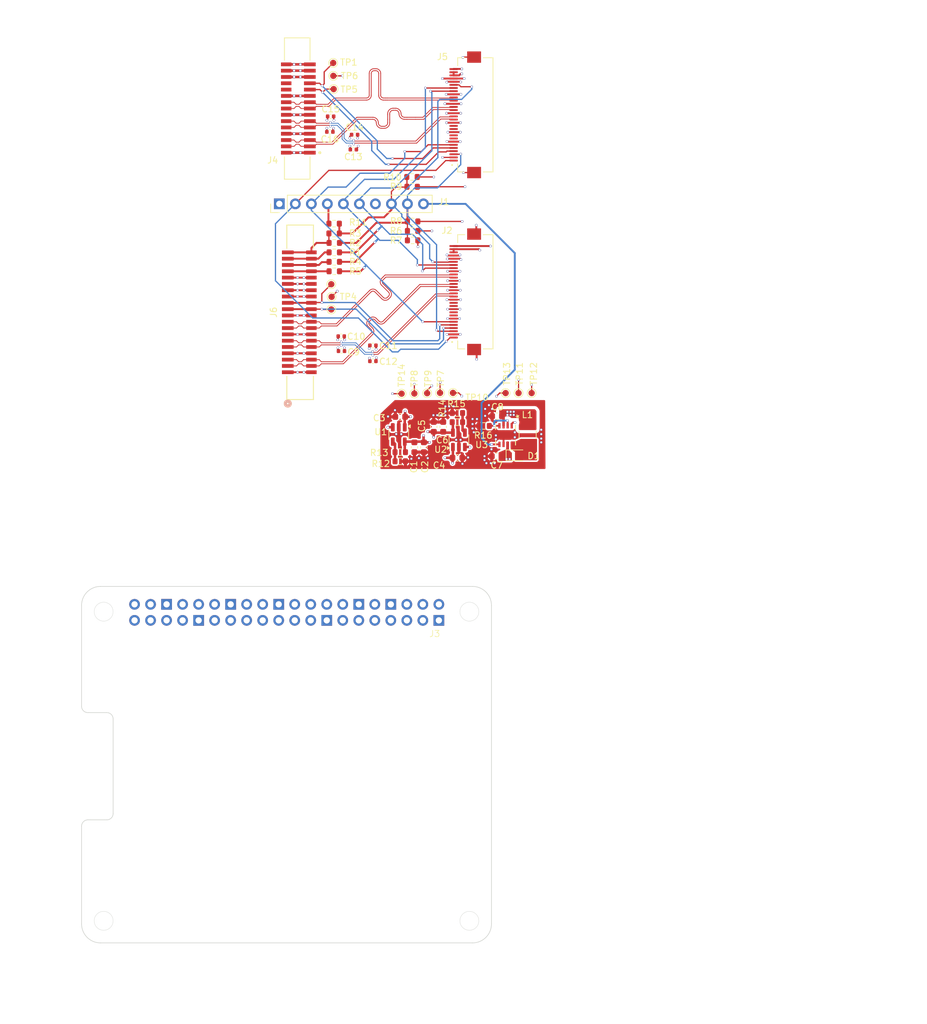
<source format=kicad_pcb>
(kicad_pcb (version 20241229) (generator "pcbnew") (generator_version "9.0")
  (layers (0 "F.Cu" signal) (4 "In1.Cu" signal) (6 "In2.Cu" signal) (2 "B.Cu" signal) (13 "F.Paste" user) (15 "B.Paste" user) (5 "F.SilkS" user "F.Silkscreen") (7 "B.SilkS" user "B.Silkscreen") (1 "F.Mask" user) (3 "B.Mask" user) (25 "Edge.Cuts" user))
  (net 0 "")
  (net 1 "GND")
  (net 2 "+2V8")
  (net 3 "+3V3")
  (net 4 "Net-(D1-A)")
  (net 5 "Net-(U1-FB)")
  (net 6 "Net-(U2-FB)")
  (net 7 "Net-(U3-FB)")
  (net 8 "+1V8")
  (net 9 "/STM2LCD/D0_P")
  (net 10 "/STM2LCD/D3_N")
  (net 11 "/STM2LCD/CLK_P")
  (net 12 "/STM2LCD/D1_P")
  (net 13 "/STM2LCD/D0_N")
  (net 14 "/STM2LCD/CLK_N")
  (net 15 "/STM2LCD/D3_P")
  (net 16 "/STM2LCD/D2_P")
  (net 17 "/STM2LCD/D1_N")
  (net 18 "/STM2LCD/D2_N")
  (net 19 "/RPI2LCD/RPI_D0_N")
  (net 20 "/RPI2LCD/RPI_D0_P")
  (net 21 "/RPI2LCD/RPI_CLK_P")
  (net 22 "/RPI2LCD/RPI_CLK_N")
  (net 23 "/RPI2LCD/RPI_D1_N")
  (net 24 "/RPI2LCD/RPI_D1_P")
  (net 25 "/RPI2LCD/RPI_D3_P")
  (net 26 "/RPI2LCD/RPI_D3_N")
  (net 27 "/RPI2LCD/RPI_D2_P")
  (net 28 "/RPI2LCD/RPI_D2_N")
  (net 29 "DC_LED_PWM")
  (net 30 "PWM")
  (net 31 "RESET")
  (net 32 "LCM_ID")
  (net 33 "TP_RES")
  (net 34 "TP_INT")
  (net 35 "TE")
  (net 36 "TP_SDA")
  (net 37 "TP_SCL")
  (net 38 "RPI_TP_SDA")
  (net 39 "RPI_TP_SCL")
  (net 40 " LED_K")
  (net 41 " LED_A")
  (net 42 "Net-(J6-Pad19)")
  (net 43 "Net-(J6-Pad18)")
  (net 44 "Net-(J6-Pad20)")
  (net 45 "Net-(J6-Pad17)")
  (footprint "TestPoint:TestPoint_Pad_D1.0mm" (layer "F.Cu") (at 108.2 66.05)
    (property "Reference" "TP4")
    (property "Value" "TestPoint")
  )
  (footprint "lib:HIROSE_FH12-30S-0.5SH_55_" (layer "F.Cu") (at 127.55 37.2 90)
    (property "Reference" "J5")
    (property "Value" "FH12-30S-0.5SH_55_")
  )
  (footprint "Resistor_SMD:R_0603_1608Metric" (layer "F.Cu") (at 120.975 48.6)
    (property "Reference" "R9")
    (property "Value" "10k")
  )
  (footprint "TestPoint:TestPoint_Pad_D1.0mm" (layer "F.Cu") (at 135.8 81.3)
    (property "Reference" "TP13")
    (property "Value" "TestPoint")
  )
  (footprint "Resistor_SMD:R_0603_1608Metric" (layer "F.Cu") (at 108.625 57.5)
    (property "Reference" "R2")
    (property "Value" "0")
  )
  (footprint "Connector_PinHeader_2.54mm:PinHeader_1x10_P2.54mm_Vertical" (layer "F.Cu") (at 99.91 51.3125 90)
    (property "Reference" "J1")
    (property "Value" "Conn_01x10")
  )
  (footprint "Resistor_SMD:R_0603_1608Metric" (layer "F.Cu") (at 121.05 57.1 180)
    (property "Reference" "R7")
    (property "Value" "10k")
  )
  (footprint "Capacitor_SMD:C_0603_1608Metric" (layer "F.Cu") (at 125.9 86.6625 90)
    (property "Reference" "C6")
    (property "Value" "4.7uF")
  )
  (footprint "Capacitor_SMD:C_0402_1005Metric" (layer "F.Cu") (at 109.77 74.65 180)
    (property "Reference" "C9")
    (property "Value" "100nF")
  )
  (footprint "Package_TO_SOT_SMD:SOT-23-5" (layer "F.Cu") (at 118.85 87.8625 -90)
    (property "Reference" "U1")
    (property "Value" "TLV75801PDBV")
  )
  (footprint "lib:RPI_Hat_B+" (layer "F.Cu") (at 101.05 115.95)
    (property "Reference" "J3")
    (property "Value" "RPi_GPIO")
    (fp_line (start -32.5 -1) (end -32.5 15) (stroke (width 0.1)) (layer "Edge.Cuts"))
    (fp_line (start -32.5 34) (end -32.5 49.5) (stroke (width 0.1)) (layer "Edge.Cuts"))
    (fp_line (start -31.5 16) (end -28.5 16) (stroke (width 0.1)) (layer "Edge.Cuts"))
    (fp_line (start -31.5 33) (end -28.5 33) (stroke (width 0.1)) (layer "Edge.Cuts"))
    (fp_line (start -29.5 -4) (end 29.5 -4) (stroke (width 0.1)) (layer "Edge.Cuts"))
    (fp_line (start -29.5 52.5) (end 29.5 52.5) (stroke (width 0.1)) (layer "Edge.Cuts"))
    (fp_line (start -27.5 17) (end -27.5 32) (stroke (width 0.1)) (layer "Edge.Cuts"))
    (fp_line (start 32.5 -1) (end 32.5 49.5) (stroke (width 0.1)) (layer "Edge.Cuts"))
    (fp_arc (start -32.5 -1) (mid -31.62132 -3.12132) (end -29.5 -4) (stroke (width 0.1)) (layer "Edge.Cuts"))
    (fp_arc (start -32.5 34) (mid -32.207107 33.292893) (end -31.5 33) (stroke (width 0.1)) (layer "Edge.Cuts"))
    (fp_arc (start -31.5 16) (mid -32.207107 15.707107) (end -32.5 15) (stroke (width 0.1)) (layer "Edge.Cuts"))
    (fp_arc (start -29.5 52.5) (mid -31.62132 51.62132) (end -32.5 49.5) (stroke (width 0.1)) (layer "Edge.Cuts"))
    (fp_arc (start -28.5 16) (mid -27.792893 16.292893) (end -27.5 17) (stroke (width 0.1)) (layer "Edge.Cuts"))
    (fp_arc (start -27.5 32) (mid -27.792893 32.707107) (end -28.5 33) (stroke (width 0.1)) (layer "Edge.Cuts"))
    (fp_arc (start 29.5 -4) (mid 31.62132 -3.12132) (end 32.5 -1) (stroke (width 0.1)) (layer "Edge.Cuts"))
    (fp_arc (start 32.5 49.5) (mid 31.62132 51.62132) (end 29.5 52.5) (stroke (width 0.1)) (layer "Edge.Cuts"))
    (fp_circle (center -29 0) (end -30.500001 -0.000001) (stroke (width 0.05)) (fill no) (layer "Edge.Cuts"))
    (fp_circle (center -29 49) (end -30.500001 49.000001) (stroke (width 0.05)) (fill no) (layer "Edge.Cuts"))
    (fp_circle (center 29 0) (end 30.500001 -0.000001) (stroke (width 0.05)) (fill no) (layer "Edge.Cuts"))
    (fp_circle (center 29 49) (end 30.500001 49.000001) (stroke (width 0.05)) (fill no) (layer "Edge.Cuts"))
  )
  (footprint "Resistor_SMD:R_0603_1608Metric" (layer "F.Cu") (at 120.95 47.05)
    (property "Reference" "R10")
    (property "Value" "10k")
  )
  (footprint "Capacitor_SMD:C_0402_1005Metric" (layer "F.Cu") (at 109.73 72.3 180)
    (property "Reference" "C10")
    (property "Value" "100nF")
  )
  (footprint "Resistor_SMD:R_0603_1608Metric" (layer "F.Cu") (at 108.625 60.5)
    (property "Reference" "R4")
    (property "Value" "0")
  )
  (footprint "Capacitor_SMD:C_0603_1608Metric" (layer "F.Cu") (at 124.4 86.6625 90)
    (property "Reference" "C5")
    (property "Value" "0.47uF")
  )
  (footprint "Resistor_SMD:R_0603_1608Metric" (layer "F.Cu") (at 121.05 55.6)
    (property "Reference" "R6")
    (property "Value" "10k")
  )
  (footprint "Resistor_SMD:R_0603_1608Metric" (layer "F.Cu") (at 108.625 59)
    (property "Reference" "R1")
    (property "Value" "0")
  )
  (footprint "Diode_SMD:D_SOD-323" (layer "F.Cu") (at 137.4875 91.1625)
    (property "Reference" "D1")
    (property "Value" "1N5819WS")
  )
  (footprint "TestPoint:TestPoint_Pad_D1.0mm" (layer "F.Cu") (at 108.15 64.05)
    (property "Reference" "TP3" (hide yes))
    (property "Value" "TestPoint")
  )
  (footprint "Resistor_SMD:R_0603_1608Metric" (layer "F.Cu") (at 132.3875 86.5125)
    (property "Reference" "R16")
    (property "Value" "6.8")
  )
  (footprint "TestPoint:TestPoint_Pad_D1.0mm" (layer "F.Cu") (at 139.925 81.3)
    (property "Reference" "TP12")
    (property "Value" "TestPoint")
  )
  (footprint "lib:DRB8_1P75X1P5" (layer "F.Cu") (at 135.7938 87.9625 -90)
    (property "Reference" "U3")
    (property "Value" "TPS61042DRBR")
  )
  (footprint "Capacitor_SMD:C_0603_1608Metric" (layer "F.Cu") (at 121.335 89.892501 -90)
    (property "Reference" "C1")
    (property "Value" "0.47uF")
  )
  (footprint "lib:HIROSE_FH12-30S-0.5SH_55_" (layer "F.Cu") (at 127.55 65.25 90)
    (property "Reference" "J2")
    (property "Value" "FH12-30S-0.5SH_55_")
  )
  (footprint "TestPoint:TestPoint_Pad_D1.0mm" (layer "F.Cu") (at 108.45 28.975)
    (property "Reference" "TP1")
    (property "Value" "TestPoint")
  )
  (footprint "TestPoint:TestPoint_Pad_D1.0mm" (layer "F.Cu") (at 119.3 81.4)
    (property "Reference" "TP14")
    (property "Value" "TestPoint")
  )
  (footprint "lib:2-1734248-0" (layer "F.Cu") (at 101.25 77.999998 90)
    (property "Reference" "J6")
    (property "Value" "2-1734248-0")
  )
  (footprint "Inductor_SMD:L_1210_3225Metric" (layer "F.Cu") (at 139.2875 87.9125 -90)
    (property "Reference" "L1")
    (property "Value" "L")
  )
  (footprint "TestPoint:TestPoint_Pad_D1.0mm" (layer "F.Cu") (at 121.325 81.375)
    (property "Reference" "TP8")
    (property "Value" "TestPoint")
  )
  (footprint "Capacitor_SMD:C_0402_1005Metric" (layer "F.Cu") (at 111.85 40.35)
    (property "Reference" "C14")
    (property "Value" "100nF")
  )
  (footprint "TestPoint:TestPoint_Pad_D1.0mm" (layer "F.Cu") (at 108.525 33.125)
    (property "Reference" "TP5")
    (property "Value" "TestPoint")
  )
  (footprint "Capacitor_SMD:C_0603_1608Metric" (layer "F.Cu") (at 134.4375 84.9625 180)
    (property "Reference" "C8")
    (property "Value" "4.7uF")
  )
  (footprint "Package_TO_SOT_SMD:SOT-23-5" (layer "F.Cu") (at 128.3875 88.7125 90)
    (property "Reference" "U2")
    (property "Value" "TLV75801PDBV")
  )
  (footprint "TestPoint:TestPoint_Pad_D1.0mm" (layer "F.Cu") (at 108.15 68.05)
    (property "Reference" "TP2" (hide yes))
    (property "Value" "TestPoint")
  )
  (footprint "Resistor_SMD:R_0603_1608Metric" (layer "F.Cu") (at 108.6 56)
    (property "Reference" "R3")
    (property "Value" "0")
  )
  (footprint "Resistor_SMD:R_0603_1608Metric" (layer "F.Cu") (at 108.625 62)
    (property "Reference" "R5")
    (property "Value" "0")
  )
  (footprint "Resistor_SMD:R_0603_1608Metric" (layer "F.Cu") (at 119.085 90.667501)
    (property "Reference" "R13")
    (property "Value" "160k")
  )
  (footprint "Resistor_SMD:R_0603_1608Metric" (layer "F.Cu") (at 121.05 54.1)
    (property "Reference" "R8")
    (property "Value" "10k")
  )
  (footprint "Capacitor_SMD:C_0603_1608Metric" (layer "F.Cu") (at 119.085 85.067501 180)
    (property "Reference" "C3")
    (property "Value" "0.47uF")
  )
  (footprint "Resistor_SMD:R_0603_1608Metric" (layer "F.Cu") (at 108.6 54.45)
    (property "Reference" "R11")
    (property "Value" "10k")
  )
  (footprint "Capacitor_SMD:C_0402_1005Metric" (layer "F.Cu") (at 114.75 76.25)
    (property "Reference" "C12")
    (property "Value" "100nF")
  )
  (footprint "Capacitor_SMD:C_0603_1608Metric" (layer "F.Cu") (at 134.3875 91.3125 180)
    (property "Reference" "C7")
    (property "Value" "1uF")
  )
  (footprint "TestPoint:TestPoint_Pad_D1.0mm" (layer "F.Cu") (at 108.475 31.025)
    (property "Reference" "TP6")
    (property "Value" "TestPoint")
  )
  (footprint "TestPoint:TestPoint_Pad_D1.0mm" (layer "F.Cu") (at 137.85 81.3)
    (property "Reference" "TP11")
    (property "Value" "TestPoint")
  )
  (footprint "lib:TE_1-1734248-5" (layer "F.Cu") (at 102.725 36.2 90)
    (property "Reference" "J4")
    (property "Value" "1-1734248-5")
  )
  (footprint "Capacitor_SMD:C_0402_1005Metric" (layer "F.Cu") (at 107.925 39.9 180)
    (property "Reference" "C16")
    (property "Value" "100nF")
  )
  (footprint "Capacitor_SMD:C_0402_1005Metric" (layer "F.Cu") (at 111.65 42.7 180)
    (property "Reference" "C13")
    (property "Value" "100nF")
  )
  (footprint "Resistor_SMD:R_0603_1608Metric" (layer "F.Cu") (at 128.15 84.4625)
    (property "Reference" "R15")
    (property "Value" "100k")
  )
  (footprint "Capacitor_SMD:C_0402_1005Metric" (layer "F.Cu") (at 114.75 73.75)
    (property "Reference" "C11")
    (property "Value" "100nF")
  )
  (footprint "TestPoint:TestPoint_Pad_D1.0mm" (layer "F.Cu") (at 127.45 81.275)
    (property "Reference" "TP10")
    (property "Value" "TestPoint")
  )
  (footprint "TestPoint:TestPoint_Pad_D1.0mm" (layer "F.Cu") (at 123.35 81.325)
    (property "Reference" "TP9")
    (property "Value" "TestPoint")
  )
  (footprint "Capacitor_SMD:C_0603_1608Metric" (layer "F.Cu") (at 122.835 89.892501 -90)
    (property "Reference" "C2")
    (property "Value" "4.7uF")
  )
  (footprint "Capacitor_SMD:C_0402_1005Metric" (layer "F.Cu") (at 108.05 37.45)
    (property "Reference" "C15")
    (property "Value" "100nF")
  )
  (footprint "Resistor_SMD:R_0603_1608Metric" (layer "F.Cu") (at 128.15 85.9125 180)
    (property "Reference" "R14")
    (property "Value" "230k")
  )
  (footprint "TestPoint:TestPoint_Pad_D1.0mm" (layer "F.Cu") (at 125.4 81.275)
    (property "Reference" "TP7")
    (property "Value" "TestPoint")
  )
  (footprint "Resistor_SMD:R_0603_1608Metric" (layer "F.Cu") (at 119.085 92.117501 180)
    (property "Reference" "R12")
    (property "Value" "39k")
  )
  (footprint "Capacitor_SMD:C_0603_1608Metric" (layer "F.Cu") (at 128.15 91.5625)
    (property "Reference" "C4")
    (property "Value" "0.47uF")
  )
  (segment (start 102.25 40.2) (end 101 40.2) (width 0.4) (layer "F.Cu") (net 1))
  (segment (start 127.55 69.5) (end 128.5 69.5) (width 0.2) (layer "F.Cu") (net 1))
  (segment (start 103.8 65.999999) (end 102.8 65.999999) (width 0.3) (layer "F.Cu") (net 1))
  (segment (start 103.8 68.999999) (end 102.8 68.999999) (width 0.3) (layer "F.Cu") (net 1))
  (segment (start 103.25 37.2) (end 104.75 37.2) (width 0.4) (layer "F.Cu") (net 1))
  (segment (start 121.325 81.375) (end 121.325 79.9) (width 0.2) (layer "F.Cu") (net 1))
  (segment (start 103.8 74.999999) (end 105 74.999999) (width 0.3) (layer "F.Cu") (net 1))
  (segment (start 137.85 81.3) (end 137.85 79.175) (width 0.2) (layer "F.Cu") (net 1))
  (segment (start 115.3 75.7) (end 115.3 76.18) (width 0.3) (layer "F.Cu") (net 1))
  (segment (start 115.25933 73.77933) (end 115.23 73.75) (width 0.3) (layer "F.Cu") (net 1))
  (segment (start 101.25 74.999999) (end 102.55 74.999999) (width 0.3) (layer "F.Cu") (net 1))
  (segment (start 127.55 62) (end 126.6 62) (width 0.2) (layer "F.Cu") (net 1))
  (segment (start 112.325 40.9) (end 112.33 40.895) (width 0.2) (layer "F.Cu") (net 1))
  (segment (start 107.7 54.375) (end 107.7 51.4825) (width 0.3) (layer "F.Cu") (net 1))
  (segment (start 109.25 74.75) (end 109.29 74.75) (width 0.3) (layer "F.Cu") (net 1))
  (segment (start 127.55 39.95) (end 128.625 39.95) (width 0.3) (layer "F.Cu") (net 1))
  (segment (start 135.468799 88.287501) (end 135.7938 87.9625) (width 0.3) (layer "F.Cu") (net 1))
  (segment (start 103.8 72) (end 105 72) (width 0.3) (layer "F.Cu") (net 1))
  (segment (start 112.33 40.895) (end 112.33 40.35) (width 0.2) (layer "F.Cu") (net 1))
  (segment (start 103.25 31.2) (end 104.75 31.2) (width 0.4) (layer "F.Cu") (net 1))
  (segment (start 111.1 42.15) (end 111.17 42.22) (width 0.2) (layer "F.Cu") (net 1))
  (segment (start 115.3 76.18) (end 115.23 76.25) (width 0.3) (layer "F.Cu") (net 1))
  (segment (start 127.55 63.5) (end 126.6 63.5) (width 0.2) (layer "F.Cu") (net 1))
  (segment (start 127.55 33.95) (end 128.7 33.95) (width 0.3) (layer "F.Cu") (net 1))
  (segment (start 130.8 74.4) (end 131.2 74.8) (width 0.3) (layer "F.Cu") (net 1))
  (segment (start 127.55 41.45) (end 128.6 41.45) (width 0.3) (layer "F.Cu") (net 1))
  (segment (start 103.25 34.2) (end 102.25 34.2) (width 0.4) (layer "F.Cu") (net 1))
  (segment (start 109.213827 72.399373) (end 109.25 72.3632) (width 0.3) (layer "F.Cu") (net 1))
  (segment (start 127.55 68) (end 126.6 68) (width 0.2) (layer "F.Cu") (net 1))
  (segment (start 127.55 39.95) (end 126.65 39.95) (width 0.3) (layer "F.Cu") (net 1))
  (segment (start 127.55 62) (end 128.55 62) (width 0.2) (layer "F.Cu") (net 1))
  (segment (start 130.8 28.05) (end 129.075 28.05) (width 0.2) (layer "F.Cu") (net 1))
  (segment (start 103.8 77.999998) (end 102.8 77.999998) (width 0.3) (layer "F.Cu") (net 1))
  (segment (start 126.525 41.45) (end 126.5 41.425) (width 0.3) (layer "F.Cu") (net 1))
  (segment (start 101.25 63) (end 102.8 63) (width 0.3) (layer "F.Cu") (net 1))
  (segment (start 102.8 72) (end 103.8 72) (width 0.3) (layer "F.Cu") (net 1))
  (segment (start 101.25 72) (end 102.8 72) (width 0.3) (layer "F.Cu") (net 1))
  (segment (start 121.875 57.1) (end 121.875 58.075) (width 0.2) (layer "F.Cu") (net 1))
  (segment (start 105 65.999999) (end 103.8 65.999999) (width 0.3) (layer "F.Cu") (net 1))
  (segment (start 127.55 65) (end 126.6 65) (width 0.2) (layer "F.Cu") (net 1))
  (segment (start 115.25933 74.35933) (end 115.25933 73.77933) (width 0.3) (layer "F.Cu") (net 1))
  (segment (start 102.55 74.999999) (end 102.8 74.999999) (width 0.3) (layer "F.Cu") (net 1))
  (segment (start 102.25 31.2) (end 103.25 31.2) (width 0.4) (layer "F.Cu") (net 1))
  (segment (start 108.2 66.05) (end 109.1 65.15) (width 0.2) (layer "F.Cu") (net 1))
  (segment (start 108.475 31.025) (end 109.925 31.025) (width 0.2) (layer "F.Cu") (net 1))
  (segment (start 129.075 28.05) (end 129.025 28.1) (width 0.2) (layer "F.Cu") (net 1))
  (segment (start 131.2 74.8) (end 131.2 75.95) (width 0.3) (layer "F.Cu") (net 1))
  (segment (start 127.55 36.95) (end 126.425 36.95) (width 0.3) (layer "F.Cu") (net 1))
  (segment (start 127.55 66.5) (end 126.5 66.5) (width 0.2) (layer "F.Cu") (net 1))
  (segment (start 127.55 35.45) (end 128.725 35.45) (width 0.3) (layer "F.Cu") (net 1))
  (segment (start 127.55 38.45) (end 128.65 38.45) (width 0.3) (layer "F.Cu") (net 1))
  (segment (start 102.25 34.2) (end 101 34.2) (width 0.4) (layer "F.Cu") (net 1))
  (segment (start 130.8 46.35) (end 129.1 46.35) (width 0.2) (layer "F.Cu") (net 1))
  (segment (start 127.55 68) (end 128.55 68) (width 0.2) (layer "F.Cu") (net 1))
  (segment (start 101 37.2) (end 102.25 37.2) (width 0.4) (layer "F.Cu") (net 1))
  (segment (start 127.55 36.95) (end 128.675 36.95) (width 0.3) (layer "F.Cu") (net 1))
  (segment (start 121.875 58.075) (end 121.9 58.1) (width 0.2) (layer "F.Cu") (net 1))
  (segment (start 107.445 39.33) (end 107.45 39.325) (width 0.2) (layer "F.Cu") (net 1))
  (segment (start 131.15 55.75) (end 130.8 56.1) (width 0.3) (layer "F.Cu") (net 1))
  (segment (start 127.55 38.45) (end 126.425 38.45) (width 0.3) (layer "F.Cu") (net 1))
  (segment (start 102.8 65.999999) (end 101.25 65.999999) (width 0.3) (layer "F.Cu") (net 1))
  (segment (start 102.8 63) (end 103.8 63) (width 0.3) (layer "F.Cu") (net 1))
  (segment (start 108.53 38.03) (end 108.575 38.075) (width 0.2) (layer "F.Cu") (net 1))
  (segment (start 102.25 43.2) (end 103.25 43.2) (width 0.4) (layer "F.Cu") (net 1))
  (segment (start 127.55 69.5) (end 126.6 69.5) (width 0.2) (layer "F.Cu") (net 1))
  (segment (start 102.25 37.2) (end 103.25 37.2) (width 0.4) (layer "F.Cu") (net 1))
  (segment (start 135.468799 89.437501) (end 135.468799 88.287501) (width 0.3) (layer "F.Cu") (net 1))
  (segment (start 104.75 34.2) (end 103.25 34.2) (width 0.4) (layer "F.Cu") (net 1))
  (segment (start 107.7 51.4825) (end 107.53 51.3125) (width 0.2) (layer "F.Cu") (net 1))
  (segment (start 127.55 41.45) (end 126.525 41.45) (width 0.3) (layer "F.Cu") (net 1))
  (segment (start 125.4 81.275) (end 125.4 79.625) (width 0.2) (layer "F.Cu") (net 1))
  (segment (start 105 77.999998) (end 103.8 77.999998) (width 0.3) (layer "F.Cu") (net 1))
  (segment (start 127.55 35.45) (end 126.175 35.45) (width 0.3) (layer "F.Cu") (net 1))
  (segment (start 102.8 68.999999) (end 101.25 68.999999) (width 0.3) (layer "F.Cu") (net 1))
  (segment (start 108.53 37.55) (end 108.53 38.03) (width 0.2) (layer "F.Cu") (net 1))
  (segment (start 103.8 63) (end 105 63) (width 0.3) (layer "F.Cu") (net 1))
  (segment (start 127.55 66.5) (end 128.65 66.5) (width 0.2) (layer "F.Cu") (net 1))
  (segment (start 101 31.2) (end 102.25 31.2) (width 0.4) (layer "F.Cu") (net 1))
  (segment (start 105 68.999999) (end 103.8 68.999999) (width 0.3) (layer "F.Cu") (net 1))
  (segment (start 127.55 33.95) (end 126.375 33.95) (width 0.3) (layer "F.Cu") (net 1))
  (segment (start 104.75 40.2) (end 103.25 40.2) (width 0.4) (layer "F.Cu") (net 1))
  (segment (start 102.8 74.999999) (end 103.55 74.999999) (width 0.3) (layer "F.Cu") (net 1))
  (segment (start 107.775 54.45) (end 107.7 54.375) (width 0.2) (layer "F.Cu") (net 1))
  (segment (start 125.4 79.625) (end 125.425 79.6) (width 0.2) (layer "F.Cu") (net 1))
  (segment (start 101 43.2) (end 102.25 43.2) (width 0.4) (layer "F.Cu") (net 1))
  (segment (start 127.55 65) (end 128.6 65) (width 0.2) (layer "F.Cu") (net 1))
  (segment (start 109.2 74.1232) (end 109.2 74.6) (width 0.3) (layer "F.Cu") (net 1))
  (segment (start 111.17 42.22) (end 111.17 42.65) (width 0.2) (layer "F.Cu") (net 1))
  (segment (start 127.55 63.5) (end 128.5 63.5) (width 0.2) (layer "F.Cu") (net 1))
  (segment (start 107.445 39.925) (end 107.445 39.33) (width 0.2) (layer "F.Cu") (net 1))
  (segment (start 103.55 74.999999) (end 103.8 74.999999) (width 0.3) (layer "F.Cu") (net 1))
  (segment (start 109.213827 72.836173) (end 109.213827 72.399373) (width 0.3) (layer "F.Cu") (net 1))
  (segment (start 109.175 72.875) (end 109.213827 72.836173) (width 0.3) (layer "F.Cu") (net 1))
  (segment (start 131.15 54.7) (end 131.15 55.75) (width 0.3) (layer "F.Cu") (net 1))
  (segment (start 103.25 43.2) (end 104.75 43.2) (width 0.4) (layer "F.Cu") (net 1))
  (segment (start 109.2 74.6) (end 109.25 74.65) (width 0.3) (layer "F.Cu") (net 1))
  (segment (start 103.25 40.2) (end 102.25 40.2) (width 0.4) (layer "F.Cu") (net 1))
  (segment (start 128.6 65) (end 128.7 65) (width 0.2) (layer "F.Cu") (net 1))
  (segment (start 102.8 77.999998) (end 101.25 77.999998) (width 0.3) (layer "F.Cu") (net 1))
  (via (at 137.25 88.3125) (size 0.4) (drill 0.3) (layers "F.Cu" "B.Cu") (net 1))
  (via (at 103.8 63) (size 0.4) (drill 0.3) (layers "F.Cu" "B.Cu") (net 1))
  (via (at 128.5 69.5) (size 0.4) (drill 0.3) (layers "F.Cu" "B.Cu") (net 1))
  (via (at 126.6 69.5) (size 0.4) (drill 0.3) (layers "F.Cu" "B.Cu") (net 1))
  (via (at 128.65 66.5) (size 0.4) (drill 0.3) (layers "F.Cu" "B.Cu") (net 1))
  (via (at 115.25933 74.35933) (size 0.4) (drill 0.3) (layers "F.Cu" "B.Cu") (net 1))
  (via (at 109.925 31.025) (size 0.4) (drill 0.3) (layers "F.Cu" "B.Cu") (net 1))
  (via (at 102.25 31.2) (size 0.4) (drill 0.3) (layers "F.Cu" "B.Cu") (net 1))
  (via (at 120.85 91.7125) (size 0.4) (drill 0.3) (layers "F.Cu" "B.Cu") (net 1))
  (via (at 131.25 85.4125) (size 0.4) (drill 0.3) (layers "F.Cu" "B.Cu") (net 1))
  (via (at 132.45 91.9125) (size 0.4) (drill 0.3) (layers "F.Cu" "B.Cu") (net 1))
  (via (at 126.25 83.4125) (size 0.4) (drill 0.3) (layers "F.Cu" "B.Cu") (net 1))
  (via (at 134.25 88.6125) (size 0.4) (drill 0.3) (layers "F.Cu" "B.Cu") (net 1))
  (via (at 103.25 31.2) (size 0.4) (drill 0.3) (layers "F.Cu" "B.Cu") (net 1))
  (via (at 127.95 88.7125) (size 0.4) (drill 0.3) (layers "F.Cu" "B.Cu") (net 1))
  (via (at 111.1 42.15) (size 0.4) (drill 0.3) (layers "F.Cu" "B.Cu") (net 1))
  (via (at 102.25 37.2) (size 0.4) (drill 0.3) (layers "F.Cu" "B.Cu") (net 1))
  (via (at 126.175 35.45) (size 0.4) (drill 0.3) (layers "F.Cu" "B.Cu") (net 1))
  (via (at 131.2 75.95) (size 0.4) (drill 0.3) (layers "F.Cu" "B.Cu") (net 1))
  (via (at 133.55 90.2125) (size 0.4) (drill 0.3) (layers "F.Cu" "B.Cu") (net 1))
  (via (at 102.8 74.999999) (size 0.4) (drill 0.3) (layers "F.Cu" "B.Cu") (net 1))
  (via (at 133.45 92.4125) (size 0.4) (drill 0.3) (layers "F.Cu" "B.Cu") (net 1))
  (via (at 128.675 36.95) (size 0.4) (drill 0.3) (layers "F.Cu" "B.Cu") (net 1))
  (via (at 141.45 87.8125) (size 0.4) (drill 0.3) (layers "F.Cu" "B.Cu") (net 1))
  (via (at 132.55 83.8125) (size 0.4) (drill 0.3) (layers "F.Cu" "B.Cu") (net 1))
  (via (at 128.6 41.45) (size 0.4) (drill 0.3) (layers "F.Cu" "B.Cu") (net 1))
  (via (at 130.75 87.5125) (size 0.4) (drill 0.3) (layers "F.Cu" "B.Cu") (net 1))
  (via (at 133.65 83.8125) (size 0.4) (drill 0.3) (layers "F.Cu" "B.Cu") (net 1))
  (via (at 130.55 85.4125) (size 0.4) (drill 0.3) (layers "F.Cu" "B.Cu") (net 1))
  (via (at 109.175 72.875) (size 0.4) (drill 0.3) (layers "F.Cu" "B.Cu") (net 1))
  (via (at 141.45 88.5125) (size 0.4) (drill 0.3) (layers "F.Cu" "B.Cu") (net 1))
  (via (at 102.25 40.2) (size 0.4) (drill 0.3) (layers "F.Cu" "B.Cu") (net 1))
  (via (at 124.95 84.8125) (size 0.4) (drill 0.3) (layers "F.Cu" "B.Cu") (net 1))
  (via (at 128.65 88.7125) (size 0.4) (drill 0.3) (layers "F.Cu" "B.Cu") (net 1))
  (via (at 103.25 40.2) (size 0.4) (drill 0.3) (layers "F.Cu" "B.Cu") (net 1))
  (via (at 118.45 87.801576) (size 0.4) (drill 0.3) (layers "F.Cu" "B.Cu") (net 1))
  (via (at 102.8 68.999999) (size 0.4) (drill 0.3) (layers "F.Cu" "B.Cu") (net 1))
  (via (at 102.8 65.999999) (size 0.4) (drill 0.3) (layers "F.Cu" "B.Cu") (net 1))
  (via (at 103.8 74.999999) (size 0.4) (drill 0.3) (layers "F.Cu" "B.Cu") (net 1))
  (via (at 128.5 63.5) (size 0.4) (drill 0.3) (layers "F.Cu" "B.Cu") (net 1))
  (via (at 126.85 83.4125) (size 0.4) (drill 0.3) (layers "F.Cu" "B.Cu") (net 1))
  (via (at 126.6 63.5) (size 0.4) (drill 0.3) (layers "F.Cu" "B.Cu") (net 1))
  (via (at 125.55 84.8125) (size 0.4) (drill 0.3) (layers "F.Cu" "B.Cu") (net 1))
  (via (at 128.55 68) (size 0.4) (drill 0.3) (layers "F.Cu" "B.Cu") (net 1))
  (via (at 103.25 37.2) (size 0.4) (drill 0.3) (layers "F.Cu" "B.Cu") (net 1))
  (via (at 103.8 77.999998) (size 0.4) (drill 0.3) (layers "F.Cu" "B.Cu") (net 1))
  (via (at 130.55 86.9125) (size 0.4) (drill 0.3) (layers "F.Cu" "B.Cu") (net 1))
  (via (at 132.55 84.9125) (size 0.4) (drill 0.3) (layers "F.Cu" "B.Cu") (net 1))
  (via (at 122.05 91.6125) (size 0.4) (drill 0.3) (layers "F.Cu" "B.Cu") (net 1))
  (via (at 126.5 66.5) (size 0.4) (drill 0.3) (layers "F.Cu" "B.Cu") (net 1))
  (via (at 126.6 65) (size 0.4) (drill 0.3) (layers "F.Cu" "B.Cu") (net 1))
  (via (at 131.15 54.7) (size 0.4) (drill 0.3) (layers "F.Cu" "B.Cu") (net 1))
  (via (at 102.8 72) (size 0.4) (drill 0.3) (layers "F.Cu" "B.Cu") (net 1))
  (via (at 129.025 28.1) (size 0.4) (drill 0.3) (layers "F.Cu" "B.Cu") (net 1))
  (via (at 107.45 39.325) (size 0.4) (drill 0.3) (layers "F.Cu" "B.Cu") (net 1))
  (via (at 126.25 84.8125) (size 0.4) (drill 0.3) (layers "F.Cu" "B.Cu") (net 1))
  (via (at 123.45 91.6125) (size 0.4) (drill 0.3) (layers "F.Cu" "B.Cu") (net 1))
  (via (at 137.85 79.175) (size 0.4) (drill 0.3) (layers "F.Cu" "B.Cu") (net 1))
  (via (at 102.8 63) (size 0.4) (drill 0.3) (layers "F.Cu" "B.Cu") (net 1))
  (via (at 121.9 58.1) (size 0.4) (drill 0.3) (layers "F.Cu" "B.Cu") (net 1))
  (via (at 128.725 35.45) (size 0.4) (drill 0.3) (layers "F.Cu" "B.Cu") (net 1))
  (via (at 126.5 41.425) (size 0.4) (drill 0.3) (layers "F.Cu" "B.Cu") (net 1))
  (via (at 121.325 79.9) (size 0.4) (drill 0.3) (layers "F.Cu" "B.Cu") (net 1))
  (via (at 103.8 65.999999) (size 0.4) (drill 0.3) (layers "F.Cu" "B.Cu") (net 1))
  (via (at 141.45 89.1125) (size 0.4) (drill 0.3) (layers "F.Cu" "B.Cu") (net 1))
  (via (at 117.15 85.0125) (size 0.4) (drill 0.3) (layers "F.Cu" "B.Cu") (net 1))
  (via (at 130.55 86.2125) (size 0.4) (drill 0.3) (layers "F.Cu" "B.Cu") (net 1))
  (via (at 134.25 88.0125) (size 0.4) (drill 0.3) (layers "F.Cu" "B.Cu") (net 1))
  (via (at 126.65 39.95) (size 0.4) (drill 0.3) (layers "F.Cu" "B.Cu") (net 1))
  (via (at 129.1 46.35) (size 0.4) (drill 0.3) (layers "F.Cu" "B.Cu") (net 1))
  (via (at 132.75 92.4125) (size 0.4) (drill 0.3) (layers "F.Cu" "B.Cu") (net 1))
  (via (at 128.625 39.95) (size 0.4) (drill 0.3) (layers "F.Cu" "B.Cu") (net 1))
  (via (at 103.8 72) (size 0.4) (drill 0.3) (layers "F.Cu" "B.Cu") (net 1))
  (via (at 102.8 77.999998) (size 0.4) (drill 0.3) (layers "F.Cu" "B.Cu") (net 1))
  (via (at 128.55 62) (size 0.4) (drill 0.3) (layers "F.Cu" "B.Cu") (net 1))
  (via (at 102.25 34.2) (size 0.4) (drill 0.3) (layers "F.Cu" "B.Cu") (net 1))
  (via (at 128.6 65) (size 0.4) (drill 0.3) (layers "F.Cu" "B.Cu") (net 1))
  (via (at 128.7 33.95) (size 0.4) (drill 0.3) (layers "F.Cu" "B.Cu") (net 1))
  (via (at 132.45 91.3125) (size 0.4) (drill 0.3) (layers "F.Cu" "B.Cu") (net 1))
  (via (at 128.95 92.5125) (size 0.4) (drill 0.3) (layers "F.Cu" "B.Cu") (net 1))
  (via (at 126.425 38.45) (size 0.4) (drill 0.3) (layers "F.Cu" "B.Cu") (net 1))
  (via (at 126.6 68) (size 0.4) (drill 0.3) (layers "F.Cu" "B.Cu") (net 1))
  (via (at 125.425 79.6) (size 0.4) (drill 0.3) (layers "F.Cu" "B.Cu") (net 1))
  (via (at 108.575 38.075) (size 0.4) (drill 0.3) (layers "F.Cu" "B.Cu") (net 1))
  (via (at 126.425 36.95) (size 0.4) (drill 0.3) (layers "F.Cu" "B.Cu") (net 1))
  (via (at 103.25 34.2) (size 0.4) (drill 0.3) (layers "F.Cu" "B.Cu") (net 1))
  (via (at 128.65 38.45) (size 0.4) (drill 0.3) (layers "F.Cu" "B.Cu") (net 1))
  (via (at 134.05 92.4125) (size 0.4) (drill 0.3) (layers "F.Cu" "B.Cu") (net 1))
  (via (at 102.25 43.2) (size 0.4) (drill 0.3) (layers "F.Cu" "B.Cu") (net 1))
  (via (at 137.25 87.5125) (size 0.4) (drill 0.3) (layers "F.Cu" "B.Cu") (net 1))
  (via (at 115.3 75.7) (size 0.4) (drill 0.3) (layers "F.Cu" "B.Cu") (net 1))
  (via (at 112.325 40.9) (size 0.4) (drill 0.3) (layers "F.Cu" "B.Cu") (net 1))
  (via (at 126.6 62) (size 0.4) (drill 0.3) (layers "F.Cu" "B.Cu") (net 1))
  (via (at 129.85 91.5125) (size 0.4) (drill 0.3) (layers "F.Cu" "B.Cu") (net 1))
  (via (at 103.25 43.2) (size 0.4) (drill 0.3) (layers "F.Cu" "B.Cu") (net 1))
  (via (at 103.8 68.999999) (size 0.4) (drill 0.3) (layers "F.Cu" "B.Cu") (net 1))
  (via (at 124.35 84.8125) (size 0.4) (drill 0.3) (layers "F.Cu" "B.Cu") (net 1))
  (via (at 141.45 87.1125) (size 0.4) (drill 0.3) (layers "F.Cu" "B.Cu") (net 1))
  (via (at 118.25 84.0125) (size 0.4) (drill 0.3) (layers "F.Cu" "B.Cu") (net 1))
  (via (at 119.25 87.8125) (size 0.4) (drill 0.3) (layers "F.Cu" "B.Cu") (net 1))
  (via (at 126.375 33.95) (size 0.4) (drill 0.3) (layers "F.Cu" "B.Cu") (net 1))
  (via (at 109.1 65.15) (size 0.4) (drill 0.3) (layers "F.Cu" "B.Cu") (net 1))
  (via (at 126.25 84.2125) (size 0.4) (drill 0.3) (layers "F.Cu" "B.Cu") (net 1))
  (via (at 127.55 83.4125) (size 0.4) (drill 0.3) (layers "F.Cu" "B.Cu") (net 1))
  (via (at 133.15 83.2125) (size 0.4) (drill 0.3) (layers "F.Cu" "B.Cu") (net 1))
  (via (at 109.2 74.1232) (size 0.4) (drill 0.3) (layers "F.Cu" "B.Cu") (net 1))
  (segment (start 121.775 47.05) (end 124.4 47.05) (width 0.2) (layer "F.Cu") (net 2))
  (segment (start 123.35 81.325) (end 123.35 80.875) (width 0.2) (layer "F.Cu") (net 2))
  (segment (start 127.55 59.5) (end 128.45 59.5) (width 0.3) (layer "F.Cu") (net 2))
  (segment (start 127.55 43.95) (end 125.8 43.95) (width 0.2) (layer "F.Cu") (net 2))
  (segment (start 128.45 59.5) (end 128.55 59.4) (width 0.3) (layer "F.Cu") (net 2))
  (segment (start 127.55 31.45) (end 125.775 31.45) (width 0.3) (layer "F.Cu") (net 2))
  (segment (start 122.7875 89.070001) (end 122.7875 88.0125) (width 0.4) (layer "F.Cu") (net 2))
  (segment (start 124.1 55.65) (end 124.05 55.6) (width 0.2) (layer "F.Cu") (net 2))
  (segment (start 127.55 72) (end 128.6 72) (width 0.3) (layer "F.Cu") (net 2))
  (segment (start 123.35 80.875) (end 124.075 80.15) (width 0.2) (layer "F.Cu") (net 2))
  (segment (start 127.55 59.5) (end 126.6 59.5) (width 0.3) (layer "F.Cu") (net 2))
  (segment (start 124.05 55.6) (end 121.875 55.6) (width 0.2) (layer "F.Cu") (net 2))
  (segment (start 119.799999 89) (end 122.717499 89) (width 0.4) (layer "F.Cu") (net 2))
  (segment (start 126.6 59.5) (end 126.5 59.4) (width 0.3) (layer "F.Cu") (net 2))
  (segment (start 122.835 89.117501) (end 123.732499 89.117501) (width 0.4) (layer "F.Cu") (net 2))
  (segment (start 119.799999 89) (end 119.799999 90.5575) (width 0.4) (layer "F.Cu") (net 2))
  (segment (start 127.55 72) (end 126.5 72) (width 0.3) (layer "F.Cu") (net 2))
  (segment (start 119.799999 90.5575) (end 119.91 90.667501) (width 0.4) (layer "F.Cu") (net 2))
  (segment (start 122.835 89.117501) (end 122.7875 89.070001) (width 0.4) (layer "F.Cu") (net 2))
  (segment (start 122.717499 89) (end 122.835 89.117501) (width 0.4) (layer "F.Cu") (net 2))
  (segment (start 129.225 31.45) (end 127.55 31.45) (width 0.3) (layer "F.Cu") (net 2))
  (segment (start 123.732499 89.117501) (end 123.7375 89.1125) (width 0.4) (layer "F.Cu") (net 2))
  (via (at 122.7875 88.0125) (size 0.4) (drill 0.3) (layers "F.Cu" "B.Cu") (net 2))
  (via (at 124.4 47.05) (size 0.4) (drill 0.3) (layers "F.Cu" "B.Cu") (net 2))
  (via (at 129.225 31.45) (size 0.4) (drill 0.3) (layers "F.Cu" "B.Cu") (net 2))
  (via (at 125.775 31.45) (size 0.4) (drill 0.3) (layers "F.Cu" "B.Cu") (net 2))
  (via (at 126.5 59.4) (size 0.4) (drill 0.3) (layers "F.Cu" "B.Cu") (net 2))
  (via (at 124.075 80.15) (size 0.4) (drill 0.3) (layers "F.Cu" "B.Cu") (net 2))
  (via (at 124.1 55.6) (size 0.4) (drill 0.3) (layers "F.Cu" "B.Cu") (net 2))
  (via (at 126.5 72) (size 0.4) (drill 0.3) (layers "F.Cu" "B.Cu") (net 2))
  (via (at 128.6 72) (size 0.4) (drill 0.3) (layers "F.Cu" "B.Cu") (net 2))
  (via (at 123.7375 89.1125) (size 0.4) (drill 0.3) (layers "F.Cu" "B.Cu") (net 2))
  (via (at 128.55 59.4) (size 0.4) (drill 0.3) (layers "F.Cu" "B.Cu") (net 2))
  (via (at 125.8 43.95) (size 0.4) (drill 0.3) (layers "F.Cu" "B.Cu") (net 2))
  (segment (start 135.468799 86.487499) (end 135.468799 85.218799) (width 0.4) (layer "F.Cu") (net 3))
  (segment (start 127.437501 89.85) (end 127.437501 91.499999) (width 0.4) (layer "F.Cu") (net 3))
  (segment (start 103.25 29.2) (end 102.25 29.2) (width 0.4) (layer "F.Cu") (net 3))
  (segment (start 130.125 89.85) (end 130.1375 89.8625) (width 0.4) (layer "F.Cu") (net 3))
  (segment (start 110.235054 74.635054) (end 110.235054 74.1232) (width 0.3) (layer "F.Cu") (net 3))
  (segment (start 110.275 72.875) (end 110.21 72.81) (width 0.3) (layer "F.Cu") (net 3))
  (segment (start 126.1875 91.5625) (end 127.375 91.5625) (width 0.4) (layer "F.Cu") (net 3))
  (segment (start 101 30.2) (end 102.25 30.2) (width 0.4) (layer "F.Cu") (net 3))
  (segment (start 119.799999 86.725) (end 119.799999 85.127502) (width 0.4) (layer "F.Cu") (net 3))
  (segment (start 102.25 29.2) (end 101 29.2) (width 0.4) (layer "F.Cu") (net 3))
  (segment (start 111.35 40.35) (end 111.37 40.35) (width 0.2) (layer "F.Cu") (net 3))
  (segment (start 112.35 42.325) (end 112.13 42.545) (width 0.2) (layer "F.Cu") (net 3))
  (segment (start 135.468799 85.218799) (end 135.2125 84.9625) (width 0.4) (layer "F.Cu") (net 3))
  (segment (start 107.57 37.955) (end 107.45 38.075) (width 0.2) (layer "F.Cu") (net 3))
  (segment (start 101.25 64.999999) (end 102.8 64.999999) (width 0.3) (layer "F.Cu") (net 3))
  (segment (start 120.732499 85.067501) (end 120.7375 85.0625) (width 0.4) (layer "F.Cu") (net 3))
  (segment (start 119.3 81.4) (end 117.85 81.4) (width 0.2) (layer "F.Cu") (net 3))
  (segment (start 108.405 39.925) (end 108.405 39.445) (width 0.2) (layer "F.Cu") (net 3))
  (segment (start 103.25 30.2) (end 104.75 30.2) (width 0.4) (layer "F.Cu") (net 3))
  (segment (start 102.8 63.999998) (end 101.25 63.999998) (width 0.3) (layer "F.Cu") (net 3))
  (segment (start 114.159797 74.240166) (end 114.159797 73.860203) (width 0.3) (layer "F.Cu") (net 3))
  (segment (start 127.437501 91.499999) (end 127.375 91.5625) (width 0.4) (layer "F.Cu") (net 3))
  (segment (start 104.75 29.2) (end 103.25 29.2) (width 0.4) (layer "F.Cu") (net 3))
  (segment (start 114.2 76.18) (end 114.27 76.25) (width 0.3) (layer "F.Cu") (net 3))
  (segment (start 110.25 74.65) (end 110.235054 74.635054) (width 0.3) (layer "F.Cu") (net 3))
  (segment (start 117.900001 86.725) (end 117.887501 86.7125) (width 0.4) (layer "F.Cu") (net 3))
  (segment (start 112.35 42.225) (end 112.35 42.325) (width 0.2) (layer "F.Cu") (net 3))
  (segment (start 105 63.999998) (end 103.8 63.999998) (width 0.3) (layer "F.Cu") (net 3))
  (segment (start 112.425 42.15) (end 112.35 42.225) (width 0.2) (layer "F.Cu") (net 3))
  (segment (start 117.887501 86.7125) (end 117.1375 86.7125) (width 0.4) (layer "F.Cu") (net 3))
  (segment (start 111.075 40.625) (end 111.35 40.35) (width 0.2) (layer "F.Cu") (net 3))
  (segment (start 119.86 84.1625) (end 119.86 85.067501) (width 0.4) (layer "F.Cu") (net 3))
  (segment (start 102.8 64.999999) (end 103.8 64.999999) (width 0.3) (layer "F.Cu") (net 3))
  (segment (start 112.13 42.545) (end 112.13 42.575) (width 0.2) (layer "F.Cu") (net 3))
  (segment (start 114.159797 73.860203) (end 114.27 73.75) (width 0.3) (layer "F.Cu") (net 3))
  (segment (start 129.337499 89.85) (end 130.125 89.85) (width 0.4) (layer "F.Cu") (net 3))
  (segment (start 127.3875 91.575) (end 127.3875 92.4125) (width 0.4) (layer "F.Cu") (net 3))
  (segment (start 102.25 30.2) (end 103.25 30.2) (width 0.4) (layer "F.Cu") (net 3))
  (segment (start 107.57 37.45) (end 107.57 37.955) (width 0.2) (layer "F.Cu") (net 3))
  (segment (start 114.2 75.7616) (end 114.2 76.18) (width 0.3) (layer "F.Cu") (net 3))
  (segment (start 110.21 72.81) (end 110.21 72.3632) (width 0.3) (layer "F.Cu") (net 3))
  (segment (start 127.375 91.5625) (end 127.3875 91.575) (width 0.4) (layer "F.Cu") (net 3))
  (segment (start 103.8 63.999998) (end 102.8 63.999998) (width 0.3) (layer "F.Cu") (net 3))
  (segment (start 119.799999 85.127502) (end 119.86 85.067501) (width 0.4) (layer "F.Cu") (net 3))
  (segment (start 103.8 64.999999) (end 105 64.999999) (width 0.3) (layer "F.Cu") (net 3))
  (segment (start 119.86 85.067501) (end 120.732499 85.067501) (width 0.4) (layer "F.Cu") (net 3))
  (segment (start 111.075 40.9) (end 111.075 40.625) (width 0.2) (layer "F.Cu") (net 3))
  (segment (start 108.405 39.445) (end 108.525 39.325) (width 0.2) (layer "F.Cu") (net 3))
  (via (at 102.25 30.2) (size 0.4) (drill 0.3) (layers "F.Cu" "B.Cu") (net 3))
  (via (at 117.1375 86.7125) (size 0.4) (drill 0.3) (layers "F.Cu" "B.Cu") (net 3))
  (via (at 117.85 81.4) (size 0.4) (drill 0.3) (layers "F.Cu" "B.Cu") (net 3))
  (via (at 102.8 64.999999) (size 0.4) (drill 0.3) (layers "F.Cu" "B.Cu") (net 3))
  (via (at 114.2 75.7616) (size 0.4) (drill 0.3) (layers "F.Cu" "B.Cu") (net 3))
  (via (at 103.8 63.999998) (size 0.4) (drill 0.3) (layers "F.Cu" "B.Cu") (net 3))
  (via (at 120.7375 85.0625) (size 0.4) (drill 0.3) (layers "F.Cu" "B.Cu") (net 3))
  (via (at 114.159797 74.240166) (size 0.4) (drill 0.3) (layers "F.Cu" "B.Cu") (net 3))
  (via (at 107.45 38.075) (size 0.4) (drill 0.3) (layers "F.Cu" "B.Cu") (net 3))
  (via (at 136.5875 84.2625) (size 0.4) (drill 0.3) (layers "F.Cu" "B.Cu") (net 3))
  (via (at 103.25 30.2) (size 0.4) (drill 0.3) (layers "F.Cu" "B.Cu") (net 3))
  (via (at 130.1375 89.8625) (size 0.4) (drill 0.3) (layers "F.Cu" "B.Cu") (net 3))
  (via (at 137.0875 84.7625) (size 0.4) (drill 0.3) (layers "F.Cu" "B.Cu") (net 3))
  (via (at 103.25 29.2) (size 0.4) (drill 0.3) (layers "F.Cu" "B.Cu") (net 3))
  (via (at 136.5875 84.7625) (size 0.4) (drill 0.3) (layers "F.Cu" "B.Cu") (net 3))
  (via (at 112.425 42.15) (size 0.4) (drill 0.3) (layers "F.Cu" "B.Cu") (net 3))
  (via (at 119.86 84.1625) (size 0.4) (drill 0.3) (layers "F.Cu" "B.Cu") (net 3))
  (via (at 136.0875 84.2625) (size 0.4) (drill 0.3) (layers "F.Cu" "B.Cu") (net 3))
  (via (at 103.8 64.999999) (size 0.4) (drill 0.3) (layers "F.Cu" "B.Cu") (net 3))
  (via (at 137.0875 84.2625) (size 0.4) (drill 0.3) (layers "F.Cu" "B.Cu") (net 3))
  (via (at 110.235054 74.1232) (size 0.4) (drill 0.3) (layers "F.Cu" "B.Cu") (net 3))
  (via (at 136.0875 84.7625) (size 0.4) (drill 0.3) (layers "F.Cu" "B.Cu") (net 3))
  (via (at 110.275 72.875) (size 0.4) (drill 0.3) (layers "F.Cu" "B.Cu") (net 3))
  (via (at 102.8 63.999998) (size 0.4) (drill 0.3) (layers "F.Cu" "B.Cu") (net 3))
  (via (at 102.25 29.2) (size 0.4) (drill 0.3) (layers "F.Cu" "B.Cu") (net 3))
  (via (at 111.075 40.9) (size 0.4) (drill 0.3) (layers "F.Cu" "B.Cu") (net 3))
  (via (at 108.525 39.325) (size 0.4) (drill 0.3) (layers "F.Cu" "B.Cu") (net 3))
  (via (at 126.1875 91.5625) (size 0.4) (drill 0.3) (layers "F.Cu" "B.Cu") (net 3))
  (via (at 127.3875 92.4125) (size 0.4) (drill 0.3) (layers "F.Cu" "B.Cu") (net 3))
  (segment (start 118.26 92.117501) (end 118.26 90.667501) (width 0.4) (layer "F.Cu") (net 5))
  (segment (start 118.26 90.667501) (end 118.26 89.359999) (width 0.4) (layer "F.Cu") (net 5))
  (segment (start 118.26 89.359999) (end 117.900001 89) (width 0.4) (layer "F.Cu") (net 5))
  (segment (start 128.975 87.212501) (end 129.337499 87.575) (width 0.4) (layer "F.Cu") (net 6))
  (segment (start 128.975 85.9125) (end 128.975 87.212501) (width 0.4) (layer "F.Cu") (net 6))
  (segment (start 128.975 84.4625) (end 128.975 85.9125) (width 0.4) (layer "F.Cu") (net 6))
  (segment (start 136.118801 85.731199) (end 136.118801 86.487499) (width 0.3) (layer "F.Cu") (net 7))
  (segment (start 136.0875 85.699898) (end 136.118801 85.731199) (width 0.3) (layer "F.Cu") (net 7))
  (segment (start 134.818801 86.487499) (end 133.9875 86.487499) (width 0.3) (layer "F.Cu") (net 7))
  (segment (start 133.237501 86.487499) (end 133.2125 86.5125) (width 0.3) (layer "F.Cu") (net 7))
  (segment (start 136.0875 85.6625) (end 136.0875 85.699898) (width 0.3) (layer "F.Cu") (net 7))
  (segment (start 133.9875 86.487499) (end 133.237501 86.487499) (width 0.3) (layer "F.Cu") (net 7))
  (via (at 133.9875 86.487499) (size 0.4) (drill 0.3) (layers "F.Cu" "B.Cu") (net 7))
  (via (at 136.0875 85.6625) (size 0.4) (drill 0.3) (layers "F.Cu" "B.Cu") (net 7))
  (segment (start 133.9875 85.8625) (end 134.1875 85.6625) (width 0.3) (layer "B.Cu") (net 7))
  (segment (start 133.9875 86.487499) (end 133.9875 85.8625) (width 0.3) (layer "B.Cu") (net 7))
  (segment (start 134.1875 85.6625) (end 136.0875 85.6625) (width 0.3) (layer "B.Cu") (net 7))
  (segment (start 121.8 48.6) (end 129.35 48.6) (width 0.2) (layer "F.Cu") (net 8))
  (segment (start 127.437501 87.575) (end 127.437501 86.025001) (width 0.4) (layer "F.Cu") (net 8))
  (segment (start 127.55 31.95) (end 126.55 31.95) (width 0.3) (layer "F.Cu") (net 8))
  (segment (start 126.55 60.05) (end 126.6 60.05) (width 0.3) (layer "F.Cu") (net 8))
  (segment (start 126.65 60) (end 127.55 60) (width 0.3) (layer "F.Cu") (net 8))
  (segment (start 127.437501 87.575) (end 124.5375 87.575) (width 0.4) (layer "F.Cu") (net 8))
  (segment (start 127.55 60) (end 128.55 60) (width 0.3) (layer "F.Cu") (net 8))
  (segment (start 127.55 31.95) (end 128.625 31.95) (width 0.3) (layer "F.Cu") (net 8))
  (segment (start 128.35 81.275) (end 128.85 81.775) (width 0.2) (layer "F.Cu") (net 8))
  (segment (start 124.3875 88.3125) (end 124.4 88.3) (width 0.4) (layer "F.Cu") (net 8))
  (segment (start 124.4 88.3) (end 124.4 87.4375) (width 0.4) (layer "F.Cu") (net 8))
  (segment (start 128.625 31.95) (end 128.675 32) (width 0.3) (layer "F.Cu") (net 8))
  (segment (start 124.5375 87.575) (end 124.4 87.4375) (width 0.4) (layer "F.Cu") (net 8))
  (segment (start 126.6 60.05) (end 126.65 60) (width 0.3) (layer "F.Cu") (net 8))
  (segment (start 128.55 60) (end 128.7 60.15) (width 0.3) (layer "F.Cu") (net 8))
  (segment (start 127.45 81.275) (end 128.35 81.275) (width 0.2) (layer "F.Cu") (net 8))
  (segment (start 127.437501 86.025001) (end 127.325 85.9125) (width 0.4) (layer "F.Cu") (net 8))
  (segment (start 124.4 87.4375) (end 123.4625 87.4375) (width 0.4) (layer "F.Cu") (net 8))
  (segment (start 126.55 31.95) (end 126.475 32.025) (width 0.3) (layer "F.Cu") (net 8))
  (segment (start 123.4625 87.4375) (end 123.4375 87.4125) (width 0.4) (layer "F.Cu") (net 8))
  (segment (start 121.875 54.1) (end 128.9 54.1) (width 0.2) (layer "F.Cu") (net 8))
  (via (at 126.475 32.025) (size 0.4) (drill 0.3) (layers "F.Cu" "B.Cu") (net 8))
  (via (at 128.85 81.775) (size 0.4) (drill 0.3) (layers "F.Cu" "B.Cu") (net 8))
  (via (at 129.35 48.6) (size 0.4) (drill 0.3) (layers "F.Cu" "B.Cu") (net 8))
  (via (at 124.3875 88.3125) (size 0.4) (drill 0.3) (layers "F.Cu" "B.Cu") (net 8))
  (via (at 128.7 60.15) (size 0.4) (drill 0.3) (layers "F.Cu" "B.Cu") (net 8))
  (via (at 128.675 32) (size 0.4) (drill 0.3) (layers "F.Cu" "B.Cu") (net 8))
  (via (at 123.4375 87.4125) (size 0.4) (drill 0.3) (layers "F.Cu" "B.Cu") (net 8))
  (via (at 128.9 54.1) (size 0.4) (drill 0.3) (layers "F.Cu" "B.Cu") (net 8))
  (via (at 126.55 60.05) (size 0.4) (drill 0.3) (layers "F.Cu" "B.Cu") (net 8))
  (segment (start 105 69.999999) (end 106.237501 69.999999) (width 0.1232) (layer "F.Cu") (net 9))
  (segment (start 105 69.962499) (end 104.4 69.962499) (width 0.1232) (layer "F.Cu") (net 9))
  (segment (start 116.683062 62.5884) (end 127.4616 62.5884) (width 0.1232) (layer "F.Cu") (net 9))
  (segment (start 116.385731 62.885731) (end 116.683062 62.5884) (width 0.1232) (layer "F.Cu") (net 9))
  (segment (start 106.237501 69.999999) (end 106.575902 70.3384) (width 0.1232) (layer "F.Cu") (net 9))
  (segment (start 108.933062 70.3384) (end 114.22576 65.045702) (width 0.1232) (layer "F.Cu") (net 9))
  (segment (start 116.34708 62.924382) (end 116.385731 62.885731) (width 0.1232) (layer "F.Cu") (net 9))
  (segment (start 117.239357 65.317986) (end 116.134948 64.213577) (width 0.1232) (layer "F.Cu") (net 9))
  (segment (start 102.637501 69.999999) (end 101.25 69.999999) (width 0.1232) (layer "F.Cu") (net 9))
  (segment (start 127.4616 62.5884) (end 127.55 62.5) (width 0.1232) (layer "F.Cu") (net 9))
  (segment (start 103.762499 69.999999) (end 103.424098 70.3384) (width 0.1232) (layer "F.Cu") (net 9))
  (segment (start 115.302825 65.045702) (end 116.407233 66.15011) (width 0.1232) (layer "F.Cu") (net 9))
  (segment (start 106.575902 70.3384) (end 108.933062 70.3384) (width 0.1232) (layer "F.Cu") (net 9))
  (segment (start 116.134948 63.136512) (end 116.34708 62.924382) (width 0.1232) (layer "F.Cu") (net 9))
  (segment (start 105 69.999999) (end 103.762499 69.999999) (width 0.1232) (layer "F.Cu") (net 9))
  (segment (start 117.027225 66.15011) (end 117.239357 65.937977) (width 0.1232) (layer "F.Cu") (net 9))
  (segment (start 102.975902 70.3384) (end 102.637501 69.999999) (width 0.1232) (layer "F.Cu") (net 9))
  (segment (start 103.424098 70.3384) (end 102.975902 70.3384) (width 0.1232) (layer "F.Cu") (net 9))
  (arc (start 116.407233 66.15011) (mid 116.717229 66.278515) (end 117.027225 66.15011) (width 0.1232) (layer "F.Cu") (net 9))
  (arc (start 116.134948 64.213577) (mid 115.91188 63.675045) (end 116.134948 63.136512) (width 0.1232) (layer "F.Cu") (net 9))
  (arc (start 117.239357 65.937977) (mid 117.367762 65.627981) (end 117.239357 65.317986) (width 0.1232) (layer "F.Cu") (net 9))
  (arc (start 114.22576 65.045702) (mid 114.764292 64.822635) (end 115.302825 65.045702) (width 0.1232) (layer "F.Cu") (net 9))
  (segment (start 105 73.000001) (end 103.762499 73.000001) (width 0.1232) (layer "F.Cu") (net 11))
  (segment (start 109.58629 73.3384) (end 109.72469 73.2) (width 0.1232) (layer "F.Cu") (net 11))
  (segment (start 106.5759 73.3384) (end 109.58629 73.3384) (width 0.1232) (layer "F.Cu") (net 11))
  (segment (start 103.4241 73.3384) (end 102.9759 73.3384) (width 0.1232) (layer "F.Cu") (net 11))
  (segment (start 102.9759 73.3384) (end 102.637501 73.000001) (width 0.1232) (layer "F.Cu") (net 11))
  (segment (start 114.942616 74.8384) (end 115.433062 74.8384) (width 0.1232) (layer "F.Cu") (net 11))
  (segment (start 114.941616 74.8374) (end 114.942616 74.8384) (width 0.1232) (layer "F.Cu") (net 11))
  (segment (start 105 73.000001) (end 106.237501 73.000001) (width 0.1232) (layer "F.Cu") (net 11))
  (segment (start 114.839596 74.8374) (end 114.941616 74.8374) (width 0.1232) (layer "F.Cu") (net 11))
  (segment (start 102.637501 73.000001) (end 101.25 73.000001) (width 0.1232) (layer "F.Cu") (net 11))
  (segment (start 124.683062 65.5884) (end 127.4616 65.5884) (width 0.1232) (layer "F.Cu") (net 11))
  (segment (start 103.762499 73.000001) (end 103.4241 73.3384) (width 0.1232) (layer "F.Cu") (net 11))
  (segment (start 127.4616 65.5884) (end 127.55 65.5) (width 0.1232) (layer "F.Cu") (net 11))
  (segment (start 114.703962 74.701766) (end 114.839596 74.8374) (width 0.1232) (layer "F.Cu") (net 11))
  (segment (start 106.237501 73.000001) (end 106.5759 73.3384) (width 0.1232) (layer "F.Cu") (net 11))
  (segment (start 115.433062 74.8384) (end 124.683062 65.5884) (width 0.1232) (layer "F.Cu") (net 11))
  (via (at 109.72469 73.2) (size 0.4) (drill 0.3) (layers "F.Cu" "B.Cu") (net 11))
  (via (at 114.703962 74.701766) (size 0.4) (drill 0.3) (layers "F.Cu" "B.Cu") (net 11))
  (segment (start 109.86309 73.3384) (end 112.066938 73.3384) (width 0.1232) (layer "B.Cu") (net 11))
  (segment (start 113.566938 74.8384) (end 114.567328 74.8384) (width 0.1232) (layer "B.Cu") (net 11))
  (segment (start 112.066938 73.3384) (end 113.566938 74.8384) (width 0.1232) (layer "B.Cu") (net 11))
  (segment (start 114.567328 74.8384) (end 114.703962 74.701766) (width 0.1232) (layer "B.Cu") (net 11))
  (segment (start 109.72469 73.2) (end 109.86309 73.3384) (width 0.1232) (layer "B.Cu") (net 11))
  (segment (start 116.635731 69.635731) (end 122.183062 64.0884) (width 0.1232) (layer "F.Cu") (net 12))
  (segment (start 103.762499 76) (end 105 76) (width 0.1232) (layer "F.Cu") (net 12))
  (segment (start 106.575901 76.3384) (end 109.933062 76.3384) (width 0.1232) (layer "F.Cu") (net 12))
  (segment (start 114.447962 71.8235) (end 114.447963 71.823501) (width 0.1232) (layer "F.Cu") (net 12))
  (segment (start 115.291748 69.4689) (end 115.737162 69.914314) (width 0.1232) (layer "F.Cu") (net 12))
  (segment (start 105 76) (end 106.237501 76) (width 0.1232) (layer "F.Cu") (net 12))
  (segment (start 116.357154 69.914313) (end 116.569283 69.702181) (width 0.1232) (layer "F.Cu") (net 12))
  (segment (start 102.975901 76.3384) (end 103.424099 76.3384) (width 0.1232) (layer "F.Cu") (net 12))
  (segment (start 127.4616 64.0884) (end 127.55 64) (width 0.1232) (layer "F.Cu") (net 12))
  (segment (start 122.183062 64.0884) (end 127.4616 64.0884) (width 0.1232) (layer "F.Cu") (net 12))
  (segment (start 101.25 76) (end 100.571461 76) (width 0.1232) (layer "F.Cu") (net 12))
  (segment (start 114.00255 69.681032) (end 114.214684 69.468899) (width 0.1232) (layer "F.Cu") (net 12))
  (segment (start 109.933062 76.3384) (end 114.447962 71.8235) (width 0.1232) (layer "F.Cu") (net 12))
  (segment (start 102.637501 76) (end 102.975901 76.3384) (width 0.1232) (layer "F.Cu") (net 12))
  (segment (start 106.237501 76) (end 106.575901 76.3384) (width 0.1232) (layer "F.Cu") (net 12))
  (segment (start 116.569283 69.702181) (end 116.635731 69.635731) (width 0.1232) (layer "F.Cu") (net 12))
  (segment (start 103.424099 76.3384) (end 103.762499 76) (width 0.1232) (layer "F.Cu") (net 12))
  (segment (start 114.447964 71.203509) (end 114.002551 70.758096) (width 0.1232) (layer "F.Cu") (net 12))
  (segment (start 105.000001 75.962499) (end 104.15 75.962499) (width 0.1232) (layer "F.Cu") (net 12))
  (segment (start 101.25 76) (end 102.637501 76) (width 0.1232) (layer "F.Cu") (net 12))
  (arc (start 114.002551 70.758096) (mid 113.779484 70.219563) (end 114.00255 69.681032) (width 0.1232) (layer "F.Cu") (net 12))
  (arc (start 114.447963 71.823501) (mid 114.576368 71.513505) (end 114.447964 71.203509) (width 0.1232) (layer "F.Cu") (net 12))
  (arc (start 114.214684 69.468899) (mid 114.753216 69.245832) (end 115.291748 69.4689) (width 0.1232) (layer "F.Cu") (net 12))
  (arc (start 115.737162 69.914314) (mid 116.047157 70.042719) (end 116.357154 69.914313) (width 0.1232) (layer "F.Cu") (net 12))
  (segment (start 117.467893 65.089449) (end 116.363484 63.98504) (width 0.1232) (layer "F.Cu") (net 13))
  (segment (start 116.575617 63.152919) (end 116.614269 63.114269) (width 0.1232) (layer "F.Cu") (net 13))
  (segment (start 105 71) (end 103.762499 71) (width 0.1232) (layer "F.Cu") (net 13))
  (segment (start 116.363484 63.365048) (end 116.575617 63.152919) (width 0.1232) (layer "F.Cu") (net 13))
  (segment (start 103.424098 70.661599) (end 102.975902 70.661599) (width 0.1232) (layer "F.Cu") (net 13))
  (segment (start 117.255761 66.378647) (end 117.467893 66.166514) (width 0.1232) (layer "F.Cu") (net 13))
  (segment (start 114.454298 65.27424) (end 114.454297 65.274239) (width 0.1232) (layer "F.Cu") (net 13))
  (segment (start 102.975902 70.661599) (end 102.637501 71) (width 0.1232) (layer "F.Cu") (net 13))
  (segment (start 127.4616 62.9116) (end 127.55 63) (width 0.1232) (layer "F.Cu") (net 13))
  (segment (start 102.637501 71) (end 101.25 71) (width 0.1232) (layer "F.Cu") (net 13))
  (segment (start 105 71) (end 106.237501 71) (width 0.1232) (layer "F.Cu") (net 13))
  (segment (start 109.066939 70.661599) (end 114.454298 65.27424) (width 0.1232) (layer "F.Cu") (net 13))
  (segment (start 106.575902 70.661599) (end 109.066939 70.661599) (width 0.1232) (layer "F.Cu") (net 13))
  (segment (start 103.762499 71) (end 103.424098 70.661599) (width 0.1232) (layer "F.Cu") (net 13))
  (segment (start 106.237501 71) (end 106.575902 70.661599) (width 0.1232) (layer "F.Cu") (net 13))
  (segment (start 116.816938 62.9116) (end 127.4616 62.9116) (width 0.1232) (layer "F.Cu") (net 13))
  (segment (start 115.074288 65.274239) (end 116.178696 66.378647) (width 0.1232) (layer "F.Cu") (net 13))
  (segment (start 116.614269 63.114269) (end 116.816938 62.9116) (width 0.1232) (layer "F.Cu") (net 13))
  (arc (start 116.363484 63.98504) (mid 116.235079 63.675044) (end 116.363484 63.365048) (width 0.1232) (layer "F.Cu") (net 13))
  (arc (start 114.454297 65.274239) (mid 114.764292 65.145835) (end 115.074288 65.274239) (width 0.1232) (layer "F.Cu") (net 13))
  (arc (start 116.178696 66.378647) (mid 116.717229 66.601714) (end 117.255761 66.378647) (width 0.1232) (layer "F.Cu") (net 13))
  (arc (start 117.467893 66.166514) (mid 117.690961 65.627981) (end 117.467893 65.089449) (width 0.1232) (layer "F.Cu") (net 13))
  (segment (start 114.897344 75.1626) (end 115.56735 75.1626) (width 0.1232) (layer "F.Cu") (net 14))
  (segment (start 109.58629 73.6616) (end 109.72469 73.8) (width 0.1232) (layer "F.Cu") (net 14))
  (segment (start 127.4626 65.9126) (end 127.55 66) (width 0.1232) (layer "F.Cu") (net 14))
  (segment (start 105 73.999999) (end 103.762499 73.999999) (width 0.1232) (layer "F.Cu") (net 14))
  (segment (start 103.762499 73.999999) (end 103.4241 73.6616) (width 0.1232) (layer "F.Cu") (net 14))
  (segment (start 106.237501 73.999999) (end 106.5759 73.6616) (width 0.1232) (layer "F.Cu") (net 14))
  (segment (start 114.75 75.3) (end 114.885634 75.164366) (width 0.1232) (layer "F.Cu") (net 14))
  (segment (start 105 73.999999) (end 106.237501 73.999999) (width 0.1232) (layer "F.Cu") (net 14))
  (segment (start 102.637501 73.999999) (end 101.25 73.999999) (width 0.1232) (layer "F.Cu") (net 14))
  (segment (start 106.5759 73.6616) (end 109.58629 73.6616) (width 0.1232) (layer "F.Cu") (net 14))
  (segment (start 114.885634 75.164366) (end 114.895578 75.164366) (width 0.1232) (layer "F.Cu") (net 14))
  (segment (start 124.81735 65.9126) (end 127.4626 65.9126) (width 0.1232) (layer "F.Cu") (net 14))
  (segment (start 114.895578 75.164366) (end 114.897344 75.1626) (width 0.1232) (layer "F.Cu") (net 14))
  (segment (start 103.4241 73.6616) (end 102.9759 73.6616) (width 0.1232) (layer "F.Cu") (net 14))
  (segment (start 102.9759 73.6616) (end 102.637501 73.999999) (width 0.1232) (layer "F.Cu") (net 14))
  (segment (start 115.56735 75.1626) (end 124.81735 65.9126) (width 0.1232) (layer "F.Cu") (net 14))
  (via (at 109.72469 73.8) (size 0.4) (drill 0.3) (layers "F.Cu" "B.Cu") (net 14))
  (via (at 114.75 75.3) (size 0.4) (drill 0.3) (layers "F.Cu" "B.Cu") (net 14))
  (segment (start 109.86309 73.6616) (end 109.72469 73.8) (width 0.1232) (layer "B.Cu") (net 14))
  (segment (start 114.75 75.3) (end 114.6116 75.1616) (width 0.1232) (layer "B.Cu") (net 14))
  (segment (start 114.6116 75.1616) (end 113.433062 75.1616) (width 0.1232) (layer "B.Cu") (net 14))
  (segment (start 111.933062 73.6616) (end 109.86309 73.6616) (width 0.1232) (layer "B.Cu") (net 14))
  (segment (start 113.433062 75.1616) (end 111.933062 73.6616) (width 0.1232) (layer "B.Cu") (net 14))
  (segment (start 102.637501 77) (end 102.975901 76.6616) (width 0.1232) (layer "F.Cu") (net 17))
  (segment (start 105 77) (end 106.237501 77) (width 0.1232) (layer "F.Cu") (net 17))
  (segment (start 116.864269 69.864269) (end 122.316938 64.4116) (width 0.1232) (layer "F.Cu") (net 17))
  (segment (start 106.575901 76.6616) (end 110.066938 76.6616) (width 0.1232) (layer "F.Cu") (net 17))
  (segment (start 127.4616 64.4116) (end 127.55 64.5) (width 0.1232) (layer "F.Cu") (net 17))
  (segment (start 122.316938 64.4116) (end 127.4616 64.4116) (width 0.1232) (layer "F.Cu") (net 17))
  (segment (start 114.676501 70.974972) (end 114.231088 70.529559) (width 0.1232) (layer "F.Cu") (net 17))
  (segment (start 115.063211 69.697437) (end 115.508625 70.142851) (width 0.1232) (layer "F.Cu") (net 17))
  (segment (start 102.975901 76.6616) (end 103.424099 76.6616) (width 0.1232) (layer "F.Cu") (net 17))
  (segment (start 110.066938 76.6616) (end 114.6765 72.052038) (width 0.1232) (layer "F.Cu") (net 17))
  (segment (start 116.585691 70.14285) (end 116.79782 69.930718) (width 0.1232) (layer "F.Cu") (net 17))
  (segment (start 114.231087 69.909569) (end 114.443221 69.697436) (width 0.1232) (layer "F.Cu") (net 17))
  (segment (start 103.424099 76.6616) (end 103.762499 77) (width 0.1232) (layer "F.Cu") (net 17))
  (segment (start 116.79782 69.930718) (end 116.864269 69.864269) (width 0.1232) (layer "F.Cu") (net 17))
  (segment (start 103.762499 77) (end 105 77) (width 0.1232) (layer "F.Cu") (net 17))
  (segment (start 101.25 77) (end 102.637501 77) (width 0.1232) (layer "F.Cu") (net 17))
  (segment (start 106.237501 77) (end 106.575901 76.6616) (width 0.1232) (layer "F.Cu") (net 17))
  (segment (start 105 76.962499) (end 104.15 76.962499) (width 0.1232) (layer "F.Cu") (net 17))
  (arc (start 115.508625 70.142851) (mid 116.047157 70.365919) (end 116.585691 70.14285) (width 0.1232) (layer "F.Cu") (net 17))
  (arc (start 114.6765 72.052038) (mid 114.899568 71.513505) (end 114.676501 70.974972) (width 0.1232) (layer "F.Cu") (net 17))
  (arc (start 114.231088 70.529559) (mid 114.102684 70.219563) (end 114.231087 69.909569) (width 0.1232) (layer "F.Cu") (net 17))
  (arc (start 114.443221 69.697436) (mid 114.753216 69.569032) (end 115.063211 69.697437) (width 0.1232) (layer "F.Cu") (net 17))
  (segment (start 106.475 35.8616) (end 107.766938 35.8616) (width 0.1232) (layer "F.Cu") (net 19))
  (segment (start 116.728373 34.8616) (end 117 34.8616) (width 0.1232) (layer "F.Cu") (net 19))
  (segment (start 107.766938 35.8616) (end 108.766938 34.8616) (width 0.1232) (layer "F.Cu") (net 19))
  (segment (start 106.475901 35.8616) (end 105.7634 35.8616) (width 0.1232) (layer "F.Cu") (net 19))
  (segment (start 105.7634 35.8616) (end 105.425 36.2) (width 0.1232) (layer "F.Cu") (net 19))
  (segment (start 102.575901 35.8616) (end 102.237501 36.2) (width 0.1232) (layer "F.Cu") (net 19))
  (segment (start 103.362499 36.2) (end 103.024099 35.8616) (width 0.1232) (layer "F.Cu") (net 19))
  (segment (start 102.237501 36.2) (end 101 36.2) (width 0.1232) (layer "F.Cu") (net 19))
  (segment (start 127.4616 34.8616) (end 127.55 34.95) (width 0.1232) (layer "F.Cu") (net 19))
  (segment (start 108.766938 34.8616) (end 113.728373 34.8616) (width 0.1232) (layer "F.Cu") (net 19))
  (segment (start 105.425 36.2) (end 104.75 36.2) (width 0.1232) (layer "F.Cu") (net 19))
  (segment (start 116.428373 34.8616) (end 116.728373 34.8616) (width 0.1232) (layer "F.Cu") (net 19))
  (segment (start 115.666773 30.647913) (end 115.666773 34.1) (width 0.1232) (layer "F.Cu") (net 19))
  (segment (start 104.75 36.2) (end 103.362499 36.2) (width 0.1232) (layer "F.Cu") (net 19))
  (segment (start 114.928373 30.209513) (end 115.228373 30.209513) (width 0.1232) (layer "F.Cu") (net 19))
  (segment (start 114.489973 34.1) (end 114.489973 30.647913) (width 0.1232) (layer "F.Cu") (net 19))
  (segment (start 103.024099 35.8616) (end 102.575901 35.8616) (width 0.1232) (layer "F.Cu") (net 19))
  (segment (start 117 34.8616) (end 127.4616 34.8616) (width 0.1232) (layer "F.Cu") (net 19))
  (arc (start 113.728373 34.8616) (mid 114.266906 34.638533) (end 114.489973 34.1) (width 0.1232) (layer "F.Cu") (net 19))
  (arc (start 115.666773 34.1) (mid 115.88984 34.638533) (end 116.428373 34.8616) (width 0.1232) (layer "F.Cu") (net 19))
  (arc (start 115.228373 30.209513) (mid 115.538369 30.337917) (end 115.666773 30.647913) (width 0.1232) (layer "F.Cu") (net 19))
  (arc (start 114.489973 30.647913) (mid 114.618377 30.337917) (end 114.928373 30.209513) (width 0.1232) (layer "F.Cu") (net 19))
  (segment (start 103.362499 35.2) (end 103.024099 35.5384) (width 0.1232) (layer "F.Cu") (net 20))
  (segment (start 114.928373 29.886313) (end 115.228373 29.886313) (width 0.1232) (layer "F.Cu") (net 20))
  (segment (start 102.237501 35.2) (end 101 35.2) (width 0.1232) (layer "F.Cu") (net 20))
  (segment (start 105.7884 35.5384) (end 105.45 35.2) (width 0.1232) (layer "F.Cu") (net 20))
  (segment (start 104.75 35.2) (end 103.362499 35.2) (width 0.1232) (layer "F.Cu") (net 20))
  (segment (start 106.475 35.5384) (end 107.633062 35.5384) (width 0.1232) (layer "F.Cu") (net 20))
  (segment (start 117 34.5384) (end 127.4616 34.5384) (width 0.1232) (layer "F.Cu") (net 20))
  (segment (start 108.633062 34.5384) (end 113.728373 34.5384) (width 0.1232) (layer "F.Cu") (net 20))
  (segment (start 114.166773 34.1) (end 114.166773 30.647913) (width 0.1232) (layer "F.Cu") (net 20))
  (segment (start 115.989973 30.647913) (end 115.989973 34.1) (width 0.1232) (layer "F.Cu") (net 20))
  (segment (start 105.45 35.2) (end 104.75 35.2) (width 0.1232) (layer "F.Cu") (net 20))
  (segment (start 103.024099 35.5384) (end 102.575901 35.5384) (width 0.1232) (layer "F.Cu") (net 20))
  (segment (start 102.575901 35.5384) (end 102.237501 35.2) (width 0.1232) (layer "F.Cu") (net 20))
  (segment (start 107.633062 35.5384) (end 108.633062 34.5384) (width 0.1232) (layer "F.Cu") (net 20))
  (segment (start 106.475901 35.5384) (end 105.7884 35.5384) (width 0.1232) (layer "F.Cu") (net 20))
  (segment (start 116.728373 34.5384) (end 117 34.5384) (width 0.1232) (layer "F.Cu") (net 20))
  (segment (start 127.4616 34.5384) (end 127.55 34.45) (width 0.1232) (layer "F.Cu") (net 20))
  (segment (start 116.428373 34.5384) (end 116.728373 34.5384) (width 0.1232) (layer "F.Cu") (net 20))
  (arc (start 115.228373 29.886313) (mid 115.766906 30.10938) (end 115.989973 30.647913) (width 0.1232) (layer "F.Cu") (net 20))
  (arc (start 113.728373 34.5384) (mid 114.038369 34.409996) (end 114.166773 34.1) (width 0.1232) (layer "F.Cu") (net 20))
  (arc (start 114.166773 30.647913) (mid 114.38984 30.10938) (end 114.928373 29.886313) (width 0.1232) (layer "F.Cu") (net 20))
  (arc (start 115.989973 34.1) (mid 116.118377 34.409996) (end 116.428373 34.5384) (width 0.1232) (layer "F.Cu") (net 20))
  (segment (start 102.575901 38.5384) (end 102.237501 38.2) (width 0.1232) (layer "F.Cu") (net 21))
  (segment (start 104.75 38.2) (end 103.362499 38.2) (width 0.1232) (layer "F.Cu") (net 21))
  (segment (start 111.8384 41.3634) (end 121.558062 41.3634) (width 0.1232) (layer "F.Cu") (net 21))
  (segment (start 127.4616 37.5384) (end 127.55 37.45) (width 0.1232) (layer "F.Cu") (net 21))
  (segment (start 125.383062 37.5384) (end 127.4616 37.5384) (width 0.1232) (layer "F.Cu") (net 21))
  (segment (start 121.558062 41.3634) (end 125.383062 37.5384) (width 0.1232) (layer "F.Cu") (net 21))
  (segment (start 102.237501 38.2) (end 101 38.2) (width 0.1232) (layer "F.Cu") (net 21))
  (segment (start 105.7884 38.5384) (end 107.8616 38.5384) (width 0.1232) (layer "F.Cu") (net 21))
  (segment (start 104.75 38.2) (end 105.45 38.2) (width 0.1232) (layer "F.Cu") (net 21))
  (segment (start 111.7 41.225) (end 111.8384 41.3634) (width 0.1232) (layer "F.Cu") (net 21))
  (segment (start 103.024099 38.5384) (end 102.575901 38.5384) (width 0.1232) (layer "F.Cu") (net 21))
  (segment (start 103.362499 38.2) (end 103.024099 38.5384) (width 0.1232) (layer "F.Cu") (net 21))
  (segment (start 107.8616 38.5384) (end 108 38.4) (width 0.1232) (layer "F.Cu") (net 21))
  (segment (start 105.45 38.2) (end 105.7884 38.5384) (width 0.1232) (layer "F.Cu") (net 21))
  (via (at 111.7 41.225) (size 0.4) (drill 0.3) (layers "F.Cu" "B.Cu") (net 21))
  (via (at 108 38.4) (size 0.4) (drill 0.3) (layers "F.Cu" "B.Cu") (net 21))
  (segment (start 111.5616 41.3634) (end 110.641938 41.3634) (width 0.1232) (layer "B.Cu") (net 21))
  (segment (start 110.1866 40.908062) (end 110.1866 39.508062) (width 0.1232) (layer "B.Cu") (net 21))
  (segment (start 110.1866 39.508062) (end 109.216938 38.5384) (width 0.1232) (layer "B.Cu") (net 21))
  (segment (start 110.641938 41.3634) (end 110.1866 40.908062) (width 0.1232) (layer "B.Cu") (net 21))
  (segment (start 111.7 41.225) (end 111.5616 41.3634) (width 0.1232) (layer "B.Cu") (net 21))
  (segment (start 108.1384 38.5384) (end 108 38.4) (width 0.1232) (layer "B.Cu") (net 21))
  (segment (start 109.216938 38.5384) (end 108.1384 38.5384) (width 0.1232) (layer "B.Cu") (net 21))
  (segment (start 103.362499 39.2) (end 103.024099 38.8616) (width 0.1232) (layer "F.Cu") (net 22))
  (segment (start 121.691938 41.6866) (end 125.516938 37.8616) (width 0.1232) (layer "F.Cu") (net 22))
  (segment (start 111.8384 41.6866) (end 121.691938 41.6866) (width 0.1232) (layer "F.Cu") (net 22))
  (segment (start 107.8616 38.8616) (end 108 39) (width 0.1232) (layer "F.Cu") (net 22))
  (segment (start 111.7 41.825) (end 111.8384 41.6866) (width 0.1232) (layer "F.Cu") (net 22))
  (segment (start 104.75 39.2) (end 103.362499 39.2) (width 0.1232) (layer "F.Cu") (net 22))
  (segment (start 125.516938 37.8616) (end 127.4616 37.8616) (width 0.1232) (layer "F.Cu") (net 22))
  (segment (start 105.425 39.2) (end 105.7634 38.8616) (width 0.1232) (layer "F.Cu") (net 22))
  (segment (start 104.75 39.2) (end 105.425 39.2) (width 0.1232) (layer "F.Cu") (net 22))
  (segment (start 103.024099 38.8616) (end 102.575901 38.8616) (width 0.1232) (layer "F.Cu") (net 22))
  (segment (start 127.4616 37.8616) (end 127.55 37.95) (width 0.1232) (layer "F.Cu") (net 22))
  (segment (start 102.575901 38.8616) (end 102.237501 39.2) (width 0.1232) (layer "F.Cu") (net 22))
  (segment (start 102.237501 39.2) (end 101 39.2) (width 0.1232) (layer "F.Cu") (net 22))
  (segment (start 105.7634 38.8616) (end 107.8616 38.8616) (width 0.1232) (layer "F.Cu") (net 22))
  (via (at 108 39) (size 0.4) (drill 0.3) (layers "F.Cu" "B.Cu") (net 22))
  (via (at 111.7 41.825) (size 0.4) (drill 0.3) (layers "F.Cu" "B.Cu") (net 22))
  (segment (start 111.7 41.825) (end 111.5616 41.6866) (width 0.1232) (layer "B.Cu") (net 22))
  (segment (start 109.8634 39.641938) (end 109.083062 38.8616) (width 0.1232) (layer "B.Cu") (net 22))
  (segment (start 109.8634 41.041938) (end 109.8634 39.641938) (width 0.1232) (layer "B.Cu") (net 22))
  (segment (start 110.508062 41.6866) (end 109.8634 41.041938) (width 0.1232) (layer "B.Cu") (net 22))
  (segment (start 111.5616 41.6866) (end 110.508062 41.6866) (width 0.1232) (layer "B.Cu") (net 22))
  (segment (start 109.083062 38.8616) (end 108.1384 38.8616) (width 0.1232) (layer "B.Cu") (net 22))
  (segment (start 108.1384 38.8616) (end 108 39) (width 0.1232) (layer "B.Cu") (net 22))
  (segment (start 105.45 42.2) (end 105.7884 41.8616) (width 0.1232) (layer "F.Cu") (net 23))
  (segment (start 120.138002 37.9116) (end 121.5 37.9116) (width 0.1232) (layer "F.Cu") (net 23))
  (segment (start 102.237501 42.2) (end 101 42.2) (width 0.1232) (layer "F.Cu") (net 23))
  (segment (start 117.969602 36.48) (end 118.338002 36.48) (width 0.1232) (layer "F.Cu") (net 23))
  (segment (start 104.75 42.2) (end 103.362499 42.2) (width 0.1232) (layer "F.Cu") (net 23))
  (segment (start 119.769602 37.9116) (end 120.138002 37.9116) (width 0.1232) (layer "F.Cu") (net 23))
  (segment (start 104.75 42.2) (end 105.45 42.2) (width 0.1232) (layer "F.Cu") (net 23))
  (segment (start 124.366938 36.3616) (end 127.4616 36.3616) (width 0.1232) (layer "F.Cu") (net 23))
  (segment (start 102.575901 41.8616) (end 102.237501 42.2) (width 0.1232) (layer "F.Cu") (net 23))
  (segment (start 112.341938 37.9116) (end 114.738002 37.9116) (width 0.1232) (layer "F.Cu") (net 23))
  (segment (start 117.415402 37.1958) (end 117.415402 37.0342) (width 0.1232) (layer "F.Cu") (net 23))
  (segment (start 117.415402 37.9116) (end 117.415402 37.1958) (width 0.1232) (layer "F.Cu") (net 23))
  (segment (start 103.024099 41.8616) (end 102.575901 41.8616) (width 0.1232) (layer "F.Cu") (net 23))
  (segment (start 105.7884 41.8616) (end 108.391938 41.8616) (width 0.1232) (layer "F.Cu") (net 23))
  (segment (start 121.5 37.9116) (end 122.816938 37.9116) (width 0.1232) (layer "F.Cu") (net 23))
  (segment (start 117.415402 38.4658) (end 117.415402 37.9116) (width 0.1232) (layer "F.Cu") (net 23))
  (segment (start 108.391938 41.8616) (end 112.341938 37.9116) (width 0.1232) (layer "F.Cu") (net 23))
  (segment (start 122.816938 37.9116) (end 124.366938 36.3616) (width 0.1232) (layer "F.Cu") (net 23))
  (segment (start 127.4616 36.3616) (end 127.55 36.45) (width 0.1232) (layer "F.Cu") (net 23))
  (segment (start 103.362499 42.2) (end 103.024099 41.8616) (width 0.1232) (layer "F.Cu") (net 23))
  (segment (start 116.169602 39.3432) (end 116.538002 39.3432) (width 0.1232) (layer "F.Cu") (net 23))
  (arc (start 118.338002 36.48) (mid 118.729881 36.642321) (end 118.892202 37.0342) (width 0.1232) (layer "F.Cu") (net 23))
  (arc (start 116.538002 39.3432) (mid 117.158417 39.086215) (end 117.415402 38.4658) (width 0.1232) (layer "F.Cu") (net 23))
  (arc (start 117.415402 37.0342) (mid 117.577723 36.642321) (end 117.969602 36.48) (width 0.1232) (layer "F.Cu") (net 23))
  (arc (start 118.892202 37.0342) (mid 119.149187 37.654615) (end 119.769602 37.9116) (width 0.1232) (layer "F.Cu") (net 23))
  (arc (start 114.738002 37.9116) (mid 115.129881 38.073921) (end 115.292202 38.4658) (width 0.1232) (layer "F.Cu") (net 23))
  (arc (start 115.292202 38.4658) (mid 115.549187 39.086215) (end 116.169602 39.3432) (width 0.1232) (layer "F.Cu") (net 23))
  (segment (start 124.233062 36.0384) (end 127.4616 36.0384) (width 0.1232) (layer "F.Cu") (net 24))
  (segment (start 117.092202 38.4658) (end 117.092202 37.9116) (width 0.1232) (layer "F.Cu") (net 24))
  (segment (start 102.237501 41.2) (end 101 41.2) (width 0.1232) (layer "F.Cu") (net 24))
  (segment (start 116.169602 39.02) (end 116.538002 39.02) (width 0.1232) (layer "F.Cu") (net 24))
  (segment (start 103.362499 41.2) (end 103.024099 41.5384) (width 0.1232) (layer "F.Cu") (net 24))
  (segment (start 122.683062 37.5884) (end 124.233062 36.0384) (width 0.1232) (layer "F.Cu") (net 24))
  (segment (start 117.092202 37.9116) (end 117.092202 37.1958) (width 0.1232) (layer "F.Cu") (net 24))
  (segment (start 103.024099 41.5384) (end 102.575901 41.5384) (width 0.1232) (layer "F.Cu") (net 24))
  (segment (start 108.258062 41.5384) (end 112.208062 37.5884) (width 0.1232) (layer "F.Cu") (net 24))
  (segment (start 105.7634 41.5384) (end 108.258062 41.5384) (width 0.1232) (layer "F.Cu") (net 24))
  (segment (start 119.769602 37.5884) (end 120.138002 37.5884) (width 0.1232) (layer "F.Cu") (net 24))
  (segment (start 104.75 41.2) (end 105.425 41.2) (width 0.1232) (layer "F.Cu") (net 24))
  (segment (start 112.208062 37.5884) (end 114.738002 37.5884) (width 0.1232) (layer "F.Cu") (net 24))
  (segment (start 117.969602 36.1568) (end 118.338002 36.1568) (width 0.1232) (layer "F.Cu") (net 24))
  (segment (start 121.5 37.5884) (end 122.683062 37.5884) (width 0.1232) (layer "F.Cu") (net 24))
  (segment (start 117.092202 37.1958) (end 117.092202 37.0342) (width 0.1232) (layer "F.Cu") (net 24))
  (segment (start 127.4616 36.0384) (end 127.55 35.95) (width 0.1232) (layer "F.Cu") (net 24))
  (segment (start 105.425 41.2) (end 105.7634 41.5384) (width 0.1232) (layer "F.Cu") (net 24))
  (segment (start 102.575901 41.5384) (end 102.237501 41.2) (width 0.1232) (layer "F.Cu") (net 24))
  (segment (start 104.75 41.2) (end 103.362499 41.2) (width 0.1232) (layer "F.Cu") (net 24))
  (segment (start 120.138002 37.5884) (end 121.5 37.5884) (width 0.1232) (layer "F.Cu") (net 24))
  (arc (start 119.215402 37.0342) (mid 119.377723 37.426079) (end 119.769602 37.5884) (width 0.1232) (layer "F.Cu") (net 24))
  (arc (start 117.092202 37.0342) (mid 117.349187 36.413785) (end 117.969602 36.1568) (width 0.1232) (layer "F.Cu") (net 24))
  (arc (start 116.538002 39.02) (mid 116.929881 38.857679) (end 117.092202 38.4658) (width 0.1232) (layer "F.Cu") (net 24))
  (arc (start 115.615402 38.4658) (mid 115.777723 38.857679) (end 116.169602 39.02) (width 0.1232) (layer "F.Cu") (net 24))
  (arc (start 114.738002 37.5884) (mid 115.358417 37.845385) (end 115.615402 38.4658) (width 0.1232) (layer "F.Cu") (net 24))
  (arc (start 118.338002 36.1568) (mid 118.958417 36.413785) (end 119.215402 37.0342) (width 0.1232) (layer "F.Cu") (net 24))
  (segment (start 133.612499 89.437501) (end 133.5875 89.4625) (width 0.3) (layer "F.Cu") (net 29))
  (segment (start 134.818801 89.437501) (end 133.612499 89.437501) (width 0.3) (layer "F.Cu") (net 29))
  (via (at 133.5875 89.4625) (size 0.4) (drill 0.3) (layers "F.Cu" "B.Cu") (net 29))
  (segment (start 137.25 77.6) (end 137.0875 77.7625) (width 0.3) (layer "B.Cu") (net 29))
  (segment (start 122.77 51.3125) (end 129.45 51.3125) (width 0.3) (layer "B.Cu") (net 29))
  (segment (start 132.9875 89.4625) (end 133.5875 89.4625) (width 0.3) (layer "B.Cu") (net 29))
  (segment (start 131.9875 82.8625) (end 131.9875 88.4625) (width 0.3) (layer "B.Cu") (net 29))
  (segment (start 131.9875 88.4625) (end 132.9875 89.4625) (width 0.3) (layer "B.Cu") (net 29))
  (segment (start 137.25 59.1125) (end 137.25 77.6) (width 0.3) (layer "B.Cu") (net 29))
  (segment (start 137.0875 77.7625) (end 131.9875 82.8625) (width 0.3) (layer "B.Cu") (net 29))
  (segment (start 129.45 51.3125) (end 137.25 59.1125) (width 0.3) (layer "B.Cu") (net 29))
  (segment (start 110.95 59) (end 112 59) (width 0.3) (layer "F.Cu") (net 30))
  (segment (start 122.6 61.95) (end 123.05 61.5) (width 0.2) (layer "F.Cu") (net 30))
  (segment (start 123.05 61.5) (end 127.55 61.5) (width 0.2) (layer "F.Cu") (net 30))
  (segment (start 113.2 57.8) (end 115.5 55.5) (width 0.3) (layer "F.Cu") (net 30))
  (segment (start 127.55 33.45) (end 123.875 33.45) (width 0.2) (layer "F.Cu") (net 30))
  (segment (start 112 59) (end 113.2 57.8) (width 0.3) (layer "F.Cu") (net 30))
  (segment (start 109.45 59) (end 110.95 59) (width 0.3) (layer "F.Cu") (net 30))
  (via (at 115.5 55.5) (size 0.4) (drill 0.3) (layers "F.Cu" "B.Cu") (net 30))
  (via (at 123.875 33.45) (size 0.4) (drill 0.3) (layers "F.Cu" "B.Cu") (net 30))
  (via (at 122.6 61.95) (size 0.4) (drill 0.3) (layers "F.Cu" "B.Cu") (net 30))
  (segment (start 123.875 33.45) (end 124.1 33.675) (width 0.2) (layer "B.Cu") (net 30))
  (segment (start 114.375 48.8) (end 112.61 50.565) (width 0.2) (layer "B.Cu") (net 30))
  (segment (start 124.1 42.9) (end 118.2 48.8) (width 0.2) (layer "B.Cu") (net 30))
  (segment (start 112.61 50.565) (end 112.61 51.3125) (width 0.2) (layer "B.Cu") (net 30))
  (segment (start 122.65 57.75) (end 121.02625 56.12625) (width 0.2) (layer "B.Cu") (net 30))
  (segment (start 118.2 48.8) (end 114.375 48.8) (width 0.2) (layer "B.Cu") (net 30))
  (segment (start 116.14875 54.85125) (end 112.61 51.3125) (width 0.2) (layer "B.Cu") (net 30))
  (segment (start 122.65 61.9) (end 122.65 57.75) (width 0.2) (layer "B.Cu") (net 30))
  (segment (start 115.5 55.5) (end 116.14875 54.85125) (width 0.3) (layer "B.Cu") (net 30))
  (segment (start 121.02625 56.12625) (end 117.42375 56.12625) (width 0.2) (layer "B.Cu") (net 30))
  (segment (start 117.42375 56.12625) (end 116.14875 54.85125) (width 0.2) (layer "B.Cu") (net 30))
  (segment (start 122.6 61.95) (end 122.65 61.9) (width 0.2) (layer "B.Cu") (net 30))
  (segment (start 124.1 33.675) (end 124.1 42.9) (width 0.2) (layer "B.Cu") (net 30))
  (segment (start 126.75 60.55) (end 124.45 60.55) (width 0.2) (layer "F.Cu") (net 31))
  (segment (start 120.15 47.075) (end 120.125 47.05) (width 0.2) (layer "F.Cu") (net 31))
  (segment (start 117.690001 49.359999) (end 118.4 48.65) (width 0.2) (layer "F.Cu") (net 31))
  (segment (start 109.425 56) (end 111.5 56) (width 0.3) (layer "F.Cu") (net 31))
  (segment (start 128.4 32.45) (end 128.7 32.75) (width 0.2) (layer "F.Cu") (net 31))
  (segment (start 120.15 48.6) (end 120.15 47.075) (width 0.2) (layer "F.Cu") (net 31))
  (segment (start 118.4 48.65) (end 120.1 48.65) (width 0.2) (layer "F.Cu") (net 31))
  (segment (start 127.55 32.45) (end 128.35 32.45) (width 0.2) (layer "F.Cu") (net 31))
  (segment (start 128.35 32.45) (end 128.4 32.45) (width 0.2) (layer "F.Cu") (net 31))
  (segment (start 116.5 53.45) (end 117.690001 52.259999) (width 0.3) (layer "F.Cu") (net 31))
  (segment (start 111.5 56) (end 114.05 53.45) (width 0.3) (layer "F.Cu") (net 31))
  (segment (start 127.55 60.5) (end 126.8 60.5) (width 0.2) (layer "F.Cu") (net 31))
  (segment (start 124.3 60.55) (end 124.25 60.5) (width 0.2) (layer "F.Cu") (net 31))
  (segment (start 117.690001 51.3125) (end 117.690001 49.359999) (width 0.2) (layer "F.Cu") (net 31))
  (segment (start 130.4 32.75) (end 130.425 32.775) (width 0.2) (layer "F.Cu") (net 31))
  (segment (start 128.7 32.75) (end 130.4 32.75) (width 0.2) (layer "F.Cu") (net 31))
  (segment (start 109.425 56) (end 109.425 54.45) (width 0.3) (layer "F.Cu") (net 31))
  (segment (start 114.05 53.45) (end 116.5 53.45) (width 0.3) (layer "F.Cu") (net 31))
  (segment (start 117.690001 52.259999) (end 117.690001 51.3125) (width 0.3) (layer "F.Cu") (net 31))
  (segment (start 120.1 48.65) (end 120.15 48.6) (width 0.2) (layer "F.Cu") (net 31))
  (segment (start 124.45 60.55) (end 124.3 60.55) (width 0.2) (layer "F.Cu") (net 31))
  (segment (start 126.8 60.5) (end 126.75 60.55) (width 0.2) (layer "F.Cu") (net 31))
  (via (at 130.425 32.775) (size 0.4) (drill 0.3) (layers "F.Cu" "B.Cu") (net 31))
  (via (at 124.25 60.5) (size 0.4) (drill 0.3) (layers "F.Cu" "B.Cu") (net 31))
  (segment (start 117.7125 51.3125) (end 117.690001 51.3125) (width 0.2) (layer "B.Cu") (net 31))
  (segment (start 125.375 34.75) (end 125.05 35.075) (width 0.2) (layer "B.Cu") (net 31))
  (segment (start 119.33875 52.96125) (end 119.33875 53.33875) (width 0.2) (layer "B.Cu") (net 31))
  (segment (start 123.75 57.75) (end 123.75 60) (width 0.2) (layer "B.Cu") (net 31))
  (segment (start 128.825 34.75) (end 125.375 34.75) (width 0.2) (layer "B.Cu") (net 31))
  (segment (start 117.690001 51.3125) (end 119.33875 52.96125) (width 0.2) (layer "B.Cu") (net 31))
  (segment (start 123.75 60) (end 124.25 60.5) (width 0.2) (layer "B.Cu") (net 31))
  (segment (start 130.425 33.15) (end 128.825 34.75) (width 0.2) (layer "B.Cu") (net 31))
  (segment (start 125.05 43.975) (end 117.7125 51.3125) (width 0.2) (layer "B.Cu") (net 31))
  (segment (start 125.05 35.075) (end 125.05 43.975) (width 0.2) (layer "B.Cu") (net 31))
  (segment (start 130.425 32.775) (end 130.425 33.15) (width 0.2) (layer "B.Cu") (net 31))
  (segment (start 119.33875 53.33875) (end 123.75 57.75) (width 0.2) (layer "B.Cu") (net 31))
  (segment (start 126.3 44.45) (end 127.55 44.45) (width 0.2) (layer "F.Cu") (net 32))
  (segment (start 127 72.5) (end 126.4 73.1) (width 0.2) (layer "F.Cu") (net 32))
  (segment (start 124.75 46) (end 126.3 44.45) (width 0.2) (layer "F.Cu") (net 32))
  (segment (start 127.55 72.5) (end 127 72.5) (width 0.2) (layer "F.Cu") (net 32))
  (segment (start 107.7625 46) (end 124.75 46) (width 0.2) (layer "F.Cu") (net 32))
  (segment (start 102.45 51.3125) (end 107.7625 46) (width 0.2) (layer "F.Cu") (net 32))
  (via (at 126.4 73.1) (size 0.4) (drill 0.3) (layers "F.Cu" "B.Cu") (net 32))
  (segment (start 118.725 74.775) (end 117.825 74.775) (width 0.2) (layer "B.Cu") (net 32))
  (segment (start 99.3 63.5) (end 99.3 54.4625) (width 0.2) (layer "B.Cu") (net 32))
  (segment (start 119.15 74.35) (end 118.725 74.775) (width 0.2) (layer "B.Cu") (net 32))
  (segment (start 117.825 74.775) (end 112.45 69.4) (width 0.2) (layer "B.Cu") (net 32))
  (segment (start 99.3 54.4625) (end 102.45 51.3125) (width 0.2) (layer "B.Cu") (net 32))
  (segment (start 126.4 73.1) (end 125.15 74.35) (width 0.2) (layer "B.Cu") (net 32))
  (segment (start 125.15 74.35) (end 119.15 74.35) (width 0.2) (layer "B.Cu") (net 32))
  (segment (start 112.45 69.4) (end 105.2 69.4) (width 0.2) (layer "B.Cu") (net 32))
  (segment (start 105.2 69.4) (end 99.3 63.5) (width 0.2) (layer "B.Cu") (net 32))
  (segment (start 128.65 43.45) (end 128.675 43.425) (width 0.2) (layer "F.Cu") (net 33))
  (segment (start 112.1 57.5) (end 115.3 54.3) (width 0.3) (layer "F.Cu") (net 33))
  (segment (start 120.23 53.87) (end 120.23 51.3125) (width 0.3) (layer "F.Cu") (net 33))
  (segment (start 125.05 71.5) (end 127.55 71.5) (width 0.2) (layer "F.Cu") (net 33))
  (segment (start 120.225 54.1) (end 120.225 55.6) (width 0.2) (layer "F.Cu") (net 33))
  (segment (start 109.45 57.5) (end 112.1 57.5) (width 0.3) (layer "F.Cu") (net 33))
  (segment (start 120.225 57.1) (end 120.225 55.6) (width 0.2) (layer "F.Cu") (net 33))
  (segment (start 115.3 54.3) (end 119.8 54.3) (width 0.3) (layer "F.Cu") (net 33))
  (segment (start 119.8 54.3) (end 120.23 53.87) (width 0.3) (layer "F.Cu") (net 33))
  (segment (start 124.85 71.3) (end 125.05 71.5) (width 0.2) (layer "F.Cu") (net 33))
  (segment (start 127.55 43.45) (end 128.65 43.45) (width 0.2) (layer "F.Cu") (net 33))
  (via (at 128.675 43.425) (size 0.4) (drill 0.3) (layers "F.Cu" "B.Cu") (net 33))
  (via (at 124.85 71.3) (size 0.4) (drill 0.3) (layers "F.Cu" "B.Cu") (net 33))
  (segment (start 128.675 43.425) (end 128.675 45.1) (width 0.2) (layer "B.Cu") (net 33))
  (segment (start 121.4 48.775) (end 120.23 49.945) (width 0.2) (layer "B.Cu") (net 33))
  (segment (start 120.23 49.945) (end 120.23 51.3125) (width 0.2) (layer "B.Cu") (net 33))
  (segment (start 124.85 71.3) (end 124.85 57.8) (width 0.2) (layer "B.Cu") (net 33))
  (segment (start 124.85 57.8) (end 120.23 53.18) (width 0.2) (layer "B.Cu") (net 33))
  (segment (start 120.23 53.18) (end 120.23 51.3125) (width 0.2) (layer "B.Cu") (net 33))
  (segment (start 125 48.775) (end 121.4 48.775) (width 0.2) (layer "B.Cu") (net 33))
  (segment (start 128.675 45.1) (end 125 48.775) (width 0.2) (layer "B.Cu") (net 33))
  (segment (start 123.5 41.95) (end 122.65 42.8) (width 0.2) (layer "F.Cu") (net 34))
  (segment (start 122.425 43.025) (end 119.8 43.025) (width 0.2) (layer "F.Cu") (net 34))
  (segment (start 109.45 62) (end 112.8 62) (width 0.3) (layer "F.Cu") (net 34))
  (segment (start 112.8 62) (end 113.35 61.45) (width 0.3) (layer "F.Cu") (net 34))
  (segment (start 127.55 41.95) (end 123.5 41.95) (width 0.2) (layer "F.Cu") (net 34))
  (segment (start 127.55 70) (end 122.65 70) (width 0.2) (layer "F.Cu") (net 34))
  (segment (start 122.65 42.8) (end 122.425 43.025) (width 0.2) (layer "F.Cu") (net 34))
  (via (at 113.35 61.45) (size 0.4) (drill 0.3) (layers "F.Cu" "B.Cu") (net 34))
  (via (at 119.8 43.025) (size 0.4) (drill 0.3) (layers "F.Cu" "B.Cu") (net 34))
  (via (at 122.65 70) (size 0.4) (drill 0.3) (layers "F.Cu" "B.Cu") (net 34))
  (segment (start 113.35 61.45) (end 113.35 61.4) (width 0.3) (layer "B.Cu") (net 34))
  (segment (start 112.7 46.45) (end 110.5 48.65) (width 0.2) (layer "B.Cu") (net 34))
  (segment (start 119.8 44.075) (end 117.425 46.45) (width 0.2) (layer "B.Cu") (net 34))
  (segment (start 110.5 48.65) (end 107.652499 48.65) (width 0.2) (layer "B.Cu") (net 34))
  (segment (start 113.35 61.4) (end 113.7 61.05) (width 0.3) (layer "B.Cu") (net 34))
  (segment (start 119.8 43.025) (end 119.8 44.075) (width 0.2) (layer "B.Cu") (net 34))
  (segment (start 107.652499 48.65) (end 104.989999 51.3125) (width 0.2) (layer "B.Cu") (net 34))
  (segment (start 122.65 70) (end 113.7 61.05) (width 0.2) (layer "B.Cu") (net 34))
  (segment (start 117.425 46.45) (end 112.7 46.45) (width 0.2) (layer "B.Cu") (net 34))
  (segment (start 113.7 61.05) (end 104.989999 52.339999) (width 0.2) (layer "B.Cu") (net 34))
  (segment (start 104.989999 52.339999) (end 104.989999 51.3125) (width 0.2) (layer "B.Cu") (net 34))
  (segment (start 111.95 60.5) (end 115.05 57.4) (width 0.3) (layer "F.Cu") (net 35))
  (segment (start 127.55 61) (end 121.8 61) (width 0.2) (layer "F.Cu") (net 35))
  (segment (start 109.45 60.5) (end 111.95 60.5) (width 0.3) (layer "F.Cu") (net 35))
  (segment (start 127.55 32.95) (end 123.075 32.95) (width 0.2) (layer "F.Cu") (net 35))
  (via (at 115.05 57.4) (size 0.4) (drill 0.3) (layers "F.Cu" "B.Cu") (net 35))
  (via (at 123.075 32.95) (size 0.4) (drill 0.3) (layers "F.Cu" "B.Cu") (net 35))
  (via (at 121.8 61) (size 0.4) (drill 0.3) (layers "F.Cu" "B.Cu") (net 35))
  (segment (start 115.05 57.4) (end 115.57875 56.87125) (width 0.3) (layer "B.Cu") (net 35))
  (segment (start 123.075 32.95) (end 123.075 42.404544) (width 0.2) (layer "B.Cu") (net 35))
  (segment (start 118.75 57.1) (end 115.8575 57.1) (width 0.2) (layer "B.Cu") (net 35))
  (segment (start 115.8575 57.1) (end 115.62875 56.87125) (width 0.2) (layer "B.Cu") (net 35))
  (segment (start 121.8 60.15) (end 118.75 57.1) (width 0.2) (layer "B.Cu") (net 35))
  (segment (start 113.425 47.425) (end 110.07 50.78) (width 0.2) (layer "B.Cu") (net 35))
  (segment (start 110.07 50.78) (end 110.07 51.3125) (width 0.2) (layer "B.Cu") (net 35))
  (segment (start 123.075 42.404544) (end 118.054544 47.425) (width 0.2) (layer "B.Cu") (net 35))
  (segment (start 121.8 61.05) (end 121.8 60.15) (width 0.2) (layer "B.Cu") (net 35))
  (segment (start 115.62875 56.87125) (end 110.07 51.3125) (width 0.2) (layer "B.Cu") (net 35))
  (segment (start 118.054544 47.425) (end 113.425 47.425) (width 0.2) (layer "B.Cu") (net 35))
  (segment (start 106.65 66.95) (end 106.65 65.55) (width 0.2) (layer "F.Cu") (net 36))
  (segment (start 127.55 70.5) (end 125.35 70.5) (width 0.2) (layer "F.Cu") (net 36))
  (segment (start 101.25 67) (end 105 67) (width 0.3) (layer "F.Cu") (net 36))
  (segment (start 106.65 66.95) (end 105.05 66.95) (width 0.2) (layer "F.Cu") (net 36))
  (segment (start 106.65 65.55) (end 108.15 64.05) (width 0.2) (layer "F.Cu") (net 36))
  (segment (start 105.05 66.95) (end 105 67) (width 0.2) (layer "F.Cu") (net 36))
  (via (at 106.65 66.95) (size 0.4) (drill 0.3) (layers "F.Cu" "B.Cu") (net 36))
  (via (at 125.35 70.5) (size 0.4) (drill 0.3) (layers "F.Cu" "B.Cu") (net 36))
  (segment (start 111.9 66.95) (end 106.65 66.95) (width 0.2) (layer "B.Cu") (net 36))
  (segment (start 125.05 73) (end 117.95 73) (width 0.2) (layer "B.Cu") (net 36))
  (segment (start 117.95 73) (end 116.05 71.1) (width 0.2) (layer "B.Cu") (net 36))
  (segment (start 125.35 70.5) (end 125.35 72.7) (width 0.2) (layer "B.Cu") (net 36))
  (segment (start 125.35 72.7) (end 125.05 73) (width 0.2) (layer "B.Cu") (net 36))
  (segment (start 116.05 71.1) (end 111.9 66.95) (width 0.2) (layer "B.Cu") (net 36))
  (segment (start 105 68.000001) (end 101.25 68.000001) (width 0.3) (layer "F.Cu") (net 37))
  (segment (start 108.15 68.05) (end 106.7 68.05) (width 0.2) (layer "F.Cu") (net 37))
  (segment (start 127.55 71) (end 125.95 71) (width 0.2) (layer "F.Cu") (net 37))
  (segment (start 106.65 68) (end 105.000001 68) (width 0.2) (layer "F.Cu") (net 37))
  (segment (start 105.000001 68) (end 105 68.000001) (width 0.2) (layer "F.Cu") (net 37))
  (segment (start 106.7 68.05) (end 106.65 68) (width 0.2) (layer "F.Cu") (net 37))
  (via (at 125.95 71) (size 0.4) (drill 0.3) (layers "F.Cu" "B.Cu") (net 37))
  (via (at 106.65 68) (size 0.4) (drill 0.3) (layers "F.Cu" "B.Cu") (net 37))
  (segment (start 125.95 72.85) (end 125.3 73.5) (width 0.2) (layer "B.Cu") (net 37))
  (segment (start 117.6 73.5) (end 115.8 71.7) (width 0.2) (layer "B.Cu") (net 37))
  (segment (start 125.3 73.5) (end 117.6 73.5) (width 0.2) (layer "B.Cu") (net 37))
  (segment (start 115.8 71.7) (end 112.1 68) (width 0.2) (layer "B.Cu") (net 37))
  (segment (start 125.95 72.6) (end 125.95 72.85) (width 0.2) (layer "B.Cu") (net 37))
  (segment (start 112.1 68) (end 106.65 68) (width 0.2) (layer "B.Cu") (net 37))
  (segment (start 125.95 71) (end 125.95 72.6) (width 0.2) (layer "B.Cu") (net 37))
  (segment (start 124.325 42.45) (end 127.55 42.45) (width 0.2) (layer "F.Cu") (net 38))
  (segment (start 107.025 30.4) (end 108.45 28.975) (width 0.2) (layer "F.Cu") (net 38))
  (segment (start 107.025 32.275) (end 107.025 30.4) (width 0.2) (layer "F.Cu") (net 38))
  (segment (start 104.75 32.2) (end 106.3 32.2) (width 0.2) (layer "F.Cu") (net 38))
  (segment (start 106.3 32.2) (end 106.7 32.6) (width 0.2) (layer "F.Cu") (net 38))
  (segment (start 117.85 44.125) (end 122.65 44.125) (width 0.2) (layer "F.Cu") (net 38))
  (segment (start 106.7 32.6) (end 107.025 32.275) (width 0.2) (layer "F.Cu") (net 38))
  (segment (start 122.65 44.125) (end 124.325 42.45) (width 0.2) (layer "F.Cu") (net 38))
  (via (at 106.7 32.6) (size 0.4) (drill 0.3) (layers "F.Cu" "B.Cu") (net 38))
  (via (at 117.85 44.125) (size 0.4) (drill 0.3) (layers "F.Cu" "B.Cu") (net 38))
  (segment (start 115.45 42.625) (end 116.95 44.125) (width 0.2) (layer "B.Cu") (net 38))
  (segment (start 115.45 41.35) (end 115.45 42.625) (width 0.2) (layer "B.Cu") (net 38))
  (segment (start 115.45 41.35) (end 106.7 32.6) (width 0.2) (layer "B.Cu") (net 38))
  (segment (start 116.95 44.125) (end 117.85 44.125) (width 0.2) (layer "B.Cu") (net 38))
  (segment (start 126.375 43.075) (end 126.5 42.95) (width 0.2) (layer "F.Cu") (net 39))
  (segment (start 104.75 33.2) (end 106.35 33.2) (width 0.2) (layer "F.Cu") (net 39))
  (segment (start 123.2 45.05) (end 125.175 43.075) (width 0.2) (layer "F.Cu") (net 39))
  (segment (start 108.525 33.125) (end 107.275 33.125) (width 0.2) (layer "F.Cu") (net 39))
  (segment (start 125.175 43.075) (end 126.375 43.075) (width 0.2) (layer "F.Cu") (net 39))
  (segment (start 117.225 45.05) (end 123.2 45.05) (width 0.2) (layer "F.Cu") (net 39))
  (segment (start 106.35 33.2) (end 106.775 33.625) (width 0.2) (layer "F.Cu") (net 39))
  (segment (start 126.5 42.95) (end 127.55 42.95) (width 0.2) (layer "F.Cu") (net 39))
  (segment (start 107.275 33.125) (end 106.775 33.625) (width 0.2) (layer "F.Cu") (net 39))
  (via (at 117.225 45.05) (size 0.4) (drill 0.3) (layers "F.Cu" "B.Cu") (net 39))
  (via (at 106.775 33.625) (size 0.4) (drill 0.3) (layers "F.Cu" "B.Cu") (net 39))
  (segment (start 114.5625 41.4125) (end 106.775 33.625) (width 0.2) (layer "B.Cu") (net 39))
  (segment (start 116.75 45.05) (end 114.5625 42.8625) (width 0.2) (layer "B.Cu") (net 39))
  (segment (start 117.225 45.05) (end 116.75 45.05) (width 0.2) (layer "B.Cu") (net 39))
  (segment (start 114.5625 42.8625) (end 114.5625 41.4125) (width 0.2) (layer "B.Cu") (net 39))
  (segment (start 127.55 58.5) (end 131.55 58.5) (width 0.3) (layer "F.Cu") (net 40))
  (segment (start 131.55 58.5) (end 131.7 58.65) (width 0.3) (layer "F.Cu") (net 40))
  (segment (start 134.85 81.3) (end 134.35 81.8) (width 0.2) (layer "F.Cu") (net 40))
  (segment (start 128.425 30.95) (end 127.55 30.95) (width 0.3) (layer "F.Cu") (net 40))
  (segment (start 128.675 30.7) (end 128.425 30.95) (width 0.3) (layer "F.Cu") (net 40))
  (segment (start 127.55 30.95) (end 127.55 30.45) (width 0.3) (layer "F.Cu") (net 40))
  (segment (start 136.768799 86.487499) (end 136.768799 86.181201) (width 0.3) (layer "F.Cu") (net 40))
  (segment (start 136.9875 85.9625) (end 137.2875 85.9625) (width 0.3) (layer "F.Cu") (net 40))
  (segment (start 128.85 30.7) (end 128.675 30.7) (width 0.3) (layer "F.Cu") (net 40))
  (segment (start 136.768799 86.181201) (end 136.9875 85.9625) (width 0.3) (layer "F.Cu") (net 40))
  (segment (start 135.8 81.3) (end 134.85 81.3) (width 0.2) (layer "F.Cu") (net 40))
  (segment (start 127.55 59) (end 127.55 58.5) (width 0.3) (layer "F.Cu") (net 40))
  (via (at 134.35 81.8) (size 0.4) (drill 0.3) (layers "F.Cu" "B.Cu") (net 40))
  (via (at 128.85 30.7) (size 0.4) (drill 0.3) (layers "F.Cu" "B.Cu") (net 40))
  (via (at 137.2875 85.9625) (size 0.4) (drill 0.3) (layers "F.Cu" "B.Cu") (net 40))
  (via (at 131.7 58.65) (size 0.4) (drill 0.3) (layers "F.Cu" "B.Cu") (net 40))
  (segment (start 128.85 29.925) (end 127.575 29.925) (width 0.3) (layer "F.Cu") (net 41))
  (segment (start 139.925 81.3) (end 139.925 79.975) (width 0.2) (layer "F.Cu") (net 41))
  (segment (start 127.55 58) (end 133.4 58) (width 0.3) (layer "F.Cu") (net 41))
  (segment (start 127.575 29.925) (end 127.55 29.95) (width 0.3) (layer "F.Cu") (net 41))
  (via (at 136.4375 91.7625) (size 0.4) (drill 0.3) (layers "F.Cu" "B.Cu") (net 41))
  (via (at 128.85 29.925) (size 0.4) (drill 0.3) (layers "F.Cu" "B.Cu") (net 41))
  (via (at 133.4 58) (size 0.4) (drill 0.3) (layers "F.Cu" "B.Cu") (net 41))
  (via (at 139.925 79.975) (size 0.4) (drill 0.3) (layers "F.Cu" "B.Cu") (net 41))
  (via (at 135.9375 91.7625) (size 0.4) (drill 0.3) (layers "F.Cu" "B.Cu") (net 41))
  (segment (start 105 59.999999) (end 101.25 59.999999) (width 0.3) (layer "F.Cu") (net 42))
  (segment (start 107.1 59) (end 106.100001 59.999999) (width 0.3) (layer "F.Cu") (net 42))
  (segment (start 106.100001 59.999999) (end 105 59.999999) (width 0.3) (layer "F.Cu") (net 42))
  (segment (start 107.8 59) (end 107.1 59) (width 0.3) (layer "F.Cu") (net 42))
  (segment (start 105 60.999999) (end 106.200001 60.999999) (width 0.3) (layer "F.Cu") (net 43))
  (segment (start 106.200001 60.999999) (end 106.65 60.55) (width 0.3) (layer "F.Cu") (net 43))
  (segment (start 106.65 60.55) (end 107.75 60.55) (width 0.3) (layer "F.Cu") (net 43))
  (segment (start 101.25 60.999999) (end 105 60.999999) (width 0.3) (layer "F.Cu") (net 43))
  (segment (start 107.75 60.55) (end 107.8 60.5) (width 0.3) (layer "F.Cu") (net 43))
  (segment (start 105 58.3) (end 105 58.999998) (width 0.3) (layer "F.Cu") (net 44))
  (segment (start 107.775 56) (end 107.775 57.475) (width 0.2) (layer "F.Cu") (net 44))
  (segment (start 107.775 57.475) (end 107.8 57.5) (width 0.2) (layer "F.Cu") (net 44))
  (segment (start 101.25 58.999998) (end 105 58.999998) (width 0.3) (layer "F.Cu") (net 44))
  (segment (start 107.8 57.5) (end 105.8 57.5) (width 0.3) (layer "F.Cu") (net 44))
  (segment (start 105.8 57.5) (end 105 58.3) (width 0.3) (layer "F.Cu") (net 44))
  (segment (start 107.8 62) (end 105 62) (width 0.3) (layer "F.Cu") (net 45))
  (segment (start 105 62) (end 101.25 62) (width 0.3) (layer "F.Cu") (net 45))
  (zone (net 4) (net_name "Net-(D1-A)") (layer "F.Cu") (priority 1) (connect_pads yes (clearance 0.25)) (min_thickness 0.25) (fill yes (thermal_gap 0.2) (thermal_bridge_width 0.5))
    (polygon (pts (xy 136.5875 88.9625) (xy 137.3875 88.9625) (xy 138.1875 88.5625) (xy 140.7875 88.5625) (xy 140.7875 91.9625) (xy 137.2875 91.9625) (xy 137.2875 90.641075) (xy 136.5875 90.141075)))
  )
  (zone (net 1) (net_name "GND") (layer "F.Cu") (priority 8) (connect_pads yes (clearance 0)) (min_thickness 0.025) (fill yes (thermal_gap 0.2) (thermal_bridge_width 0.5) (island_removal_mode 1) (island_area_min 10))
    (polygon (pts (xy 133.625 88.6625) (xy 137.375 88.6625) (xy 137.4 88.6625) (xy 137.4 87.247948) (xy 136.95 87.1875) (xy 133.625 87.1875)))
  )
  (zone (net 41) (net_name " LED_A") (layer "F.Cu") (priority 2) (connect_pads yes (clearance 0.25)) (min_thickness 0.25) (fill yes (thermal_gap 0.2) (thermal_bridge_width 0.5))
    (polygon (pts (xy 135.8875 88.9625) (xy 136.3375 88.9625) (xy 136.3375 90.3625) (xy 136.7875 90.7625) (xy 136.7875 92.0625) (xy 134.6875 92.0625) (xy 134.6875 90.7125) (xy 135.8875 90.2125)))
  )
  (zone (net 1) (net_name "GND") (layer "F.Cu") (connect_pads (clearance 0.25)) (min_thickness 0.25) (fill yes (thermal_gap 0.2) (thermal_bridge_width 0.5))
    (polygon (pts (xy 142.068484 82.4125) (xy 142.119775 93.3375) (xy 115.945965 93.3375) (xy 115.925 84.5875) (xy 118.225 82.4125)))
  )
  (zone (net 3) (net_name "+3V3") (layer "F.Cu") (connect_pads yes (clearance 0.5)) (min_thickness 0.25) (fill yes (thermal_gap 0.2) (thermal_bridge_width 0.5))
    (polygon (pts (xy 134.7875 85.2625) (xy 134.7875 83.8625) (xy 140.45 83.8625) (xy 140.6875 84.1625) (xy 140.6875 87.1625) (xy 137.8875 87.1625) (xy 137.8875 85.2625)))
  )
)
</source>
